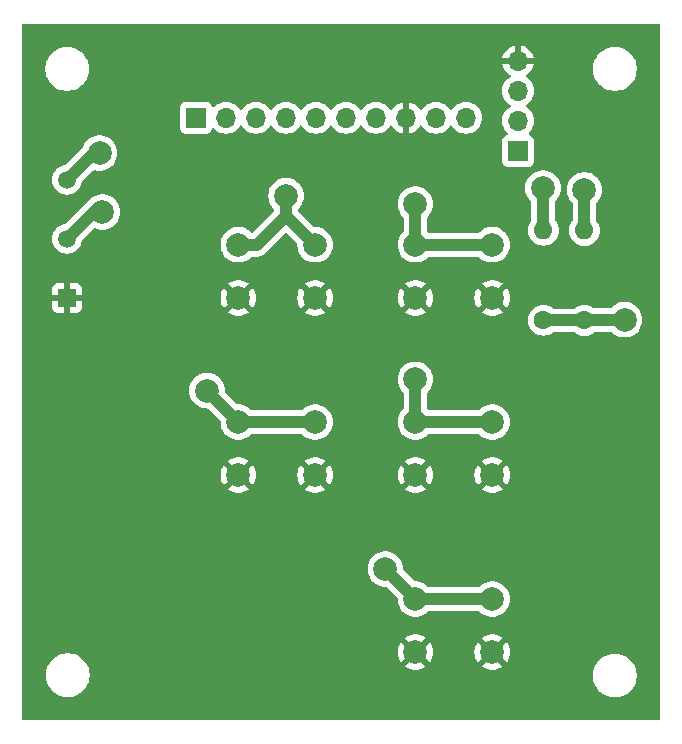
<source format=gbr>
%TF.GenerationSoftware,KiCad,Pcbnew,8.0.5*%
%TF.CreationDate,2024-11-11T21:26:14+01:00*%
%TF.ProjectId,LCD_PCB,4c43445f-5043-4422-9e6b-696361645f70,rev?*%
%TF.SameCoordinates,Original*%
%TF.FileFunction,Copper,L2,Bot*%
%TF.FilePolarity,Positive*%
%FSLAX46Y46*%
G04 Gerber Fmt 4.6, Leading zero omitted, Abs format (unit mm)*
G04 Created by KiCad (PCBNEW 8.0.5) date 2024-11-11 21:26:14*
%MOMM*%
%LPD*%
G01*
G04 APERTURE LIST*
%TA.AperFunction,ComponentPad*%
%ADD10C,2.000000*%
%TD*%
%TA.AperFunction,ComponentPad*%
%ADD11C,1.600000*%
%TD*%
%TA.AperFunction,ComponentPad*%
%ADD12O,1.600000X1.600000*%
%TD*%
%TA.AperFunction,ComponentPad*%
%ADD13R,1.500000X1.500000*%
%TD*%
%TA.AperFunction,ComponentPad*%
%ADD14C,1.500000*%
%TD*%
%TA.AperFunction,ComponentPad*%
%ADD15R,1.700000X1.700000*%
%TD*%
%TA.AperFunction,ComponentPad*%
%ADD16O,1.700000X1.700000*%
%TD*%
%TA.AperFunction,ViaPad*%
%ADD17C,2.000000*%
%TD*%
%TA.AperFunction,Conductor*%
%ADD18C,1.000000*%
%TD*%
G04 APERTURE END LIST*
D10*
%TO.P,SW1,1,1*%
%TO.N,Button Down*%
X123500000Y-81500000D03*
X130000000Y-81500000D03*
%TO.P,SW1,2,2*%
%TO.N,GND*%
X123500000Y-86000000D03*
X130000000Y-86000000D03*
%TD*%
%TO.P,SW2,1,1*%
%TO.N,Button Up*%
X123500000Y-51500000D03*
X130000000Y-51500000D03*
%TO.P,SW2,2,2*%
%TO.N,GND*%
X123500000Y-56000000D03*
X130000000Y-56000000D03*
%TD*%
D11*
%TO.P,R1,1*%
%TO.N,5V*%
X134340000Y-57900000D03*
D12*
%TO.P,R1,2*%
%TO.N,lcd SCL*%
X134340000Y-50280000D03*
%TD*%
D11*
%TO.P,R2,1*%
%TO.N,5V*%
X137800000Y-57910000D03*
D12*
%TO.P,R2,2*%
%TO.N,lcd SDA*%
X137800000Y-50290000D03*
%TD*%
D13*
%TO.P,RV1,1,1*%
%TO.N,GND*%
X94000000Y-56000000D03*
D14*
%TO.P,RV1,2,2*%
%TO.N,control panel pot*%
X94000000Y-51000000D03*
%TO.P,RV1,3,3*%
%TO.N,5V*%
X94000000Y-46000000D03*
%TD*%
D10*
%TO.P,SW3,1,1*%
%TO.N,Button OK*%
X123500000Y-66500000D03*
X130000000Y-66500000D03*
%TO.P,SW3,2,2*%
%TO.N,GND*%
X123500000Y-71000000D03*
X130000000Y-71000000D03*
%TD*%
%TO.P,SW5,1,1*%
%TO.N,Button Sleep*%
X108500000Y-66500000D03*
X115000000Y-66500000D03*
%TO.P,SW5,2,2*%
%TO.N,GND*%
X108500000Y-71000000D03*
X115000000Y-71000000D03*
%TD*%
%TO.P,SW4,1,1*%
%TO.N,Button Back*%
X108500000Y-51500000D03*
X115000000Y-51500000D03*
%TO.P,SW4,2,2*%
%TO.N,GND*%
X108500000Y-56000000D03*
X115000000Y-56000000D03*
%TD*%
D15*
%TO.P,J1,1,Pin_1*%
%TO.N,lcd SCL*%
X132200000Y-43550000D03*
D16*
%TO.P,J1,2,Pin_2*%
%TO.N,lcd SDA*%
X132200000Y-41010000D03*
%TO.P,J1,3,Pin_3*%
%TO.N,5V*%
X132200000Y-38470000D03*
%TO.P,J1,4,Pin_4*%
%TO.N,GND*%
X132200000Y-35930000D03*
%TD*%
D15*
%TO.P,J2,1,Pin_1*%
%TO.N,control panel pot*%
X104920000Y-40750000D03*
D16*
%TO.P,J2,2,Pin_2*%
%TO.N,5V*%
X107460000Y-40750000D03*
%TO.P,J2,3,Pin_3*%
%TO.N,Button Sleep*%
X110000000Y-40750000D03*
%TO.P,J2,4,Pin_4*%
%TO.N,Button Back*%
X112540000Y-40750000D03*
%TO.P,J2,5,Pin_5*%
%TO.N,Button Down*%
X115080000Y-40750000D03*
%TO.P,J2,6,Pin_6*%
%TO.N,Button OK*%
X117620000Y-40750000D03*
%TO.P,J2,7,Pin_7*%
%TO.N,Button Up*%
X120160000Y-40750000D03*
%TO.P,J2,8,Pin_8*%
%TO.N,GND*%
X122700000Y-40750000D03*
%TO.P,J2,9,Pin_9*%
%TO.N,lcd SCL*%
X125240000Y-40750000D03*
%TO.P,J2,10,Pin_10*%
%TO.N,lcd SDA*%
X127780000Y-40750000D03*
%TD*%
D17*
%TO.N,GND*%
X127500000Y-34000000D03*
X126700000Y-47200000D03*
%TO.N,lcd SDA*%
X137800000Y-46850000D03*
%TO.N,lcd SCL*%
X134300000Y-46700000D03*
%TO.N,5V*%
X141200000Y-57850000D03*
X96750000Y-43750000D03*
%TO.N,control panel pot*%
X97000000Y-48750000D03*
%TO.N,Button Down*%
X120950000Y-78950000D03*
%TO.N,Button Back*%
X112550000Y-47350000D03*
%TO.N,Button OK*%
X123500000Y-62900000D03*
%TO.N,Button Up*%
X123500000Y-48050000D03*
%TO.N,Button Sleep*%
X105850000Y-63850000D03*
%TD*%
D18*
%TO.N,lcd SDA*%
X137800000Y-46850000D02*
X137800000Y-50290000D01*
%TO.N,lcd SCL*%
X134300000Y-50140000D02*
X134350000Y-50190000D01*
X134300000Y-50240000D02*
X134340000Y-50280000D01*
X134300000Y-46700000D02*
X134300000Y-50240000D01*
%TO.N,5V*%
X141200000Y-57850000D02*
X137860000Y-57850000D01*
X137800000Y-57910000D02*
X134350000Y-57910000D01*
X137860000Y-57850000D02*
X137800000Y-57910000D01*
X96750000Y-43750000D02*
X96250000Y-43750000D01*
X96250000Y-43750000D02*
X94000000Y-46000000D01*
X134350000Y-57910000D02*
X134340000Y-57900000D01*
X134450000Y-57910000D02*
X134350000Y-57810000D01*
%TO.N,control panel pot*%
X97000000Y-48750000D02*
X96250000Y-48750000D01*
X96250000Y-48750000D02*
X94000000Y-51000000D01*
%TO.N,Button Down*%
X120950000Y-78950000D02*
X123500000Y-81500000D01*
X123500000Y-81500000D02*
X130000000Y-81500000D01*
%TO.N,Button Back*%
X112550000Y-47350000D02*
X112550000Y-49050000D01*
X110100000Y-51500000D02*
X108500000Y-51500000D01*
X112550000Y-49050000D02*
X115000000Y-51500000D01*
X112550000Y-49050000D02*
X110100000Y-51500000D01*
%TO.N,Button OK*%
X123500000Y-66500000D02*
X130000000Y-66500000D01*
X123500000Y-62900000D02*
X123500000Y-66500000D01*
%TO.N,Button Up*%
X123500000Y-48050000D02*
X123500000Y-51500000D01*
X123500000Y-51500000D02*
X130000000Y-51500000D01*
%TO.N,Button Sleep*%
X105850000Y-63850000D02*
X108500000Y-66500000D01*
X108500000Y-66500000D02*
X115000000Y-66500000D01*
%TD*%
%TA.AperFunction,Conductor*%
%TO.N,GND*%
G36*
X144142539Y-32795185D02*
G01*
X144188294Y-32847989D01*
X144199500Y-32899500D01*
X144199500Y-91650500D01*
X144179815Y-91717539D01*
X144127011Y-91763294D01*
X144075500Y-91774500D01*
X90324500Y-91774500D01*
X90257461Y-91754815D01*
X90211706Y-91702011D01*
X90200500Y-91650500D01*
X90200500Y-87815360D01*
X92212851Y-87815360D01*
X92212851Y-88057937D01*
X92244512Y-88298434D01*
X92307298Y-88532753D01*
X92328009Y-88582753D01*
X92400127Y-88756861D01*
X92521415Y-88966938D01*
X92521417Y-88966941D01*
X92521418Y-88966942D01*
X92669084Y-89159385D01*
X92669090Y-89159392D01*
X92840607Y-89330909D01*
X92840613Y-89330914D01*
X93033062Y-89478585D01*
X93243139Y-89599873D01*
X93467251Y-89692703D01*
X93701562Y-89755487D01*
X93881937Y-89779233D01*
X93942062Y-89787149D01*
X93942063Y-89787149D01*
X94184640Y-89787149D01*
X94232739Y-89780816D01*
X94425140Y-89755487D01*
X94659451Y-89692703D01*
X94883563Y-89599873D01*
X95093640Y-89478585D01*
X95286089Y-89330914D01*
X95457616Y-89159387D01*
X95605287Y-88966938D01*
X95726575Y-88756861D01*
X95819405Y-88532749D01*
X95882189Y-88298438D01*
X95913851Y-88057937D01*
X95913851Y-87865360D01*
X138536149Y-87865360D01*
X138536149Y-88107937D01*
X138567810Y-88348434D01*
X138630596Y-88582753D01*
X138702711Y-88756854D01*
X138723425Y-88806861D01*
X138844713Y-89016938D01*
X138844715Y-89016941D01*
X138844716Y-89016942D01*
X138992382Y-89209385D01*
X138992388Y-89209392D01*
X139163905Y-89380909D01*
X139163911Y-89380914D01*
X139356360Y-89528585D01*
X139566437Y-89649873D01*
X139790549Y-89742703D01*
X140024860Y-89805487D01*
X140205235Y-89829233D01*
X140265360Y-89837149D01*
X140265361Y-89837149D01*
X140507938Y-89837149D01*
X140556037Y-89830816D01*
X140748438Y-89805487D01*
X140982749Y-89742703D01*
X141206861Y-89649873D01*
X141416938Y-89528585D01*
X141609387Y-89380914D01*
X141780914Y-89209387D01*
X141928585Y-89016938D01*
X142049873Y-88806861D01*
X142142703Y-88582749D01*
X142205487Y-88348438D01*
X142237149Y-88107937D01*
X142237149Y-87865361D01*
X142230566Y-87815361D01*
X142205487Y-87624863D01*
X142205487Y-87624860D01*
X142142703Y-87390549D01*
X142049873Y-87166437D01*
X141928585Y-86956360D01*
X141780914Y-86763911D01*
X141780909Y-86763905D01*
X141609392Y-86592388D01*
X141609385Y-86592382D01*
X141416942Y-86444716D01*
X141416941Y-86444715D01*
X141416938Y-86444713D01*
X141206861Y-86323425D01*
X141206854Y-86323422D01*
X140982753Y-86230596D01*
X140748434Y-86167810D01*
X140507938Y-86136149D01*
X140507937Y-86136149D01*
X140265361Y-86136149D01*
X140265360Y-86136149D01*
X140024863Y-86167810D01*
X139790544Y-86230596D01*
X139566443Y-86323422D01*
X139566434Y-86323426D01*
X139356355Y-86444716D01*
X139163912Y-86592382D01*
X139163905Y-86592388D01*
X138992388Y-86763905D01*
X138992382Y-86763912D01*
X138844716Y-86956355D01*
X138723426Y-87166434D01*
X138723422Y-87166443D01*
X138630596Y-87390544D01*
X138567810Y-87624863D01*
X138536149Y-87865360D01*
X95913851Y-87865360D01*
X95913851Y-87815361D01*
X95882189Y-87574860D01*
X95819405Y-87340549D01*
X95726575Y-87116437D01*
X95605287Y-86906360D01*
X95457616Y-86713911D01*
X95457611Y-86713905D01*
X95286094Y-86542388D01*
X95286087Y-86542382D01*
X95093644Y-86394716D01*
X95093643Y-86394715D01*
X95093640Y-86394713D01*
X94883563Y-86273425D01*
X94883556Y-86273422D01*
X94659455Y-86180596D01*
X94425136Y-86117810D01*
X94184640Y-86086149D01*
X94184639Y-86086149D01*
X93942063Y-86086149D01*
X93942062Y-86086149D01*
X93701565Y-86117810D01*
X93467246Y-86180596D01*
X93243145Y-86273422D01*
X93243136Y-86273426D01*
X93033057Y-86394716D01*
X92840614Y-86542382D01*
X92840607Y-86542388D01*
X92669090Y-86713905D01*
X92669084Y-86713912D01*
X92521418Y-86906355D01*
X92400128Y-87116434D01*
X92400124Y-87116443D01*
X92307298Y-87340544D01*
X92244512Y-87574863D01*
X92212851Y-87815360D01*
X90200500Y-87815360D01*
X90200500Y-85999994D01*
X121994859Y-85999994D01*
X121994859Y-86000005D01*
X122015385Y-86247729D01*
X122015387Y-86247738D01*
X122076412Y-86488717D01*
X122176266Y-86716364D01*
X122276564Y-86869882D01*
X122976212Y-86170234D01*
X122987482Y-86212292D01*
X123059890Y-86337708D01*
X123162292Y-86440110D01*
X123287708Y-86512518D01*
X123329765Y-86523787D01*
X122629942Y-87223609D01*
X122676768Y-87260055D01*
X122676770Y-87260056D01*
X122895385Y-87378364D01*
X122895396Y-87378369D01*
X123130506Y-87459083D01*
X123375707Y-87500000D01*
X123624293Y-87500000D01*
X123869493Y-87459083D01*
X124104603Y-87378369D01*
X124104614Y-87378364D01*
X124323228Y-87260057D01*
X124323231Y-87260055D01*
X124370056Y-87223609D01*
X123670234Y-86523787D01*
X123712292Y-86512518D01*
X123837708Y-86440110D01*
X123940110Y-86337708D01*
X124012518Y-86212292D01*
X124023787Y-86170235D01*
X124723434Y-86869882D01*
X124823731Y-86716369D01*
X124923587Y-86488717D01*
X124984612Y-86247738D01*
X124984614Y-86247729D01*
X125005141Y-86000005D01*
X125005141Y-85999994D01*
X128494859Y-85999994D01*
X128494859Y-86000005D01*
X128515385Y-86247729D01*
X128515387Y-86247738D01*
X128576412Y-86488717D01*
X128676266Y-86716364D01*
X128776564Y-86869882D01*
X129476212Y-86170234D01*
X129487482Y-86212292D01*
X129559890Y-86337708D01*
X129662292Y-86440110D01*
X129787708Y-86512518D01*
X129829765Y-86523787D01*
X129129942Y-87223609D01*
X129176768Y-87260055D01*
X129176770Y-87260056D01*
X129395385Y-87378364D01*
X129395396Y-87378369D01*
X129630506Y-87459083D01*
X129875707Y-87500000D01*
X130124293Y-87500000D01*
X130369493Y-87459083D01*
X130604603Y-87378369D01*
X130604614Y-87378364D01*
X130823228Y-87260057D01*
X130823231Y-87260055D01*
X130870056Y-87223609D01*
X130170234Y-86523787D01*
X130212292Y-86512518D01*
X130337708Y-86440110D01*
X130440110Y-86337708D01*
X130512518Y-86212292D01*
X130523787Y-86170235D01*
X131223434Y-86869882D01*
X131323731Y-86716369D01*
X131423587Y-86488717D01*
X131484612Y-86247738D01*
X131484614Y-86247729D01*
X131505141Y-86000005D01*
X131505141Y-85999994D01*
X131484614Y-85752270D01*
X131484612Y-85752261D01*
X131423587Y-85511282D01*
X131323731Y-85283630D01*
X131223434Y-85130116D01*
X130523787Y-85829764D01*
X130512518Y-85787708D01*
X130440110Y-85662292D01*
X130337708Y-85559890D01*
X130212292Y-85487482D01*
X130170235Y-85476212D01*
X130870057Y-84776390D01*
X130870056Y-84776389D01*
X130823229Y-84739943D01*
X130604614Y-84621635D01*
X130604603Y-84621630D01*
X130369493Y-84540916D01*
X130124293Y-84500000D01*
X129875707Y-84500000D01*
X129630506Y-84540916D01*
X129395396Y-84621630D01*
X129395390Y-84621632D01*
X129176761Y-84739949D01*
X129129942Y-84776388D01*
X129129942Y-84776390D01*
X129829765Y-85476212D01*
X129787708Y-85487482D01*
X129662292Y-85559890D01*
X129559890Y-85662292D01*
X129487482Y-85787708D01*
X129476212Y-85829764D01*
X128776564Y-85130116D01*
X128676267Y-85283632D01*
X128576412Y-85511282D01*
X128515387Y-85752261D01*
X128515385Y-85752270D01*
X128494859Y-85999994D01*
X125005141Y-85999994D01*
X124984614Y-85752270D01*
X124984612Y-85752261D01*
X124923587Y-85511282D01*
X124823731Y-85283630D01*
X124723434Y-85130116D01*
X124023787Y-85829764D01*
X124012518Y-85787708D01*
X123940110Y-85662292D01*
X123837708Y-85559890D01*
X123712292Y-85487482D01*
X123670235Y-85476212D01*
X124370057Y-84776390D01*
X124370056Y-84776389D01*
X124323229Y-84739943D01*
X124104614Y-84621635D01*
X124104603Y-84621630D01*
X123869493Y-84540916D01*
X123624293Y-84500000D01*
X123375707Y-84500000D01*
X123130506Y-84540916D01*
X122895396Y-84621630D01*
X122895390Y-84621632D01*
X122676761Y-84739949D01*
X122629942Y-84776388D01*
X122629942Y-84776390D01*
X123329765Y-85476212D01*
X123287708Y-85487482D01*
X123162292Y-85559890D01*
X123059890Y-85662292D01*
X122987482Y-85787708D01*
X122976212Y-85829764D01*
X122276564Y-85130116D01*
X122176267Y-85283632D01*
X122076412Y-85511282D01*
X122015387Y-85752261D01*
X122015385Y-85752270D01*
X121994859Y-85999994D01*
X90200500Y-85999994D01*
X90200500Y-78949994D01*
X119444357Y-78949994D01*
X119444357Y-78950005D01*
X119464890Y-79197812D01*
X119464892Y-79197824D01*
X119525936Y-79438881D01*
X119625826Y-79666606D01*
X119761833Y-79874782D01*
X119761836Y-79874785D01*
X119930256Y-80057738D01*
X120126491Y-80210474D01*
X120345190Y-80328828D01*
X120580386Y-80409571D01*
X120825665Y-80450500D01*
X120984218Y-80450500D01*
X121051257Y-80470185D01*
X121071899Y-80486819D01*
X121960657Y-81375577D01*
X121994142Y-81436900D01*
X121996553Y-81473495D01*
X121994358Y-81499994D01*
X121994357Y-81500002D01*
X121994357Y-81500005D01*
X122014890Y-81747812D01*
X122014892Y-81747824D01*
X122075936Y-81988881D01*
X122175826Y-82216606D01*
X122311833Y-82424782D01*
X122311836Y-82424785D01*
X122480256Y-82607738D01*
X122676491Y-82760474D01*
X122895190Y-82878828D01*
X123130386Y-82959571D01*
X123375665Y-83000500D01*
X123624335Y-83000500D01*
X123869614Y-82959571D01*
X124104810Y-82878828D01*
X124323509Y-82760474D01*
X124519744Y-82607738D01*
X124544194Y-82581177D01*
X124581626Y-82540517D01*
X124641513Y-82504526D01*
X124672855Y-82500500D01*
X128827145Y-82500500D01*
X128894184Y-82520185D01*
X128918374Y-82540517D01*
X128980252Y-82607734D01*
X128980256Y-82607738D01*
X129176491Y-82760474D01*
X129395190Y-82878828D01*
X129630386Y-82959571D01*
X129875665Y-83000500D01*
X130124335Y-83000500D01*
X130369614Y-82959571D01*
X130604810Y-82878828D01*
X130823509Y-82760474D01*
X131019744Y-82607738D01*
X131188164Y-82424785D01*
X131324173Y-82216607D01*
X131424063Y-81988881D01*
X131485108Y-81747821D01*
X131505643Y-81500000D01*
X131500414Y-81436900D01*
X131485109Y-81252187D01*
X131485107Y-81252175D01*
X131424063Y-81011118D01*
X131324173Y-80783393D01*
X131188166Y-80575217D01*
X131114757Y-80495474D01*
X131019744Y-80392262D01*
X130823509Y-80239526D01*
X130823507Y-80239525D01*
X130823506Y-80239524D01*
X130604811Y-80121172D01*
X130604802Y-80121169D01*
X130369616Y-80040429D01*
X130124335Y-79999500D01*
X129875665Y-79999500D01*
X129630383Y-80040429D01*
X129395197Y-80121169D01*
X129395188Y-80121172D01*
X129176493Y-80239524D01*
X128980255Y-80392262D01*
X128980252Y-80392265D01*
X128918374Y-80459483D01*
X128858487Y-80495474D01*
X128827145Y-80499500D01*
X124672855Y-80499500D01*
X124605816Y-80479815D01*
X124581626Y-80459483D01*
X124519747Y-80392265D01*
X124519744Y-80392262D01*
X124519743Y-80392261D01*
X124323509Y-80239526D01*
X124323507Y-80239525D01*
X124323506Y-80239524D01*
X124104811Y-80121172D01*
X124104802Y-80121169D01*
X123869616Y-80040429D01*
X123624335Y-79999500D01*
X123465783Y-79999500D01*
X123398744Y-79979815D01*
X123378102Y-79963181D01*
X122489342Y-79074422D01*
X122455857Y-79013099D01*
X122453447Y-78976499D01*
X122455643Y-78950003D01*
X122455643Y-78949995D01*
X122435109Y-78702187D01*
X122435107Y-78702175D01*
X122374063Y-78461118D01*
X122274173Y-78233393D01*
X122138166Y-78025217D01*
X122116557Y-78001744D01*
X121969744Y-77842262D01*
X121773509Y-77689526D01*
X121773507Y-77689525D01*
X121773506Y-77689524D01*
X121554811Y-77571172D01*
X121554802Y-77571169D01*
X121319616Y-77490429D01*
X121074335Y-77449500D01*
X120825665Y-77449500D01*
X120580383Y-77490429D01*
X120345197Y-77571169D01*
X120345188Y-77571172D01*
X120126493Y-77689524D01*
X119930257Y-77842261D01*
X119761833Y-78025217D01*
X119625826Y-78233393D01*
X119525936Y-78461118D01*
X119464892Y-78702175D01*
X119464890Y-78702187D01*
X119444357Y-78949994D01*
X90200500Y-78949994D01*
X90200500Y-70999994D01*
X106994859Y-70999994D01*
X106994859Y-71000005D01*
X107015385Y-71247729D01*
X107015387Y-71247738D01*
X107076412Y-71488717D01*
X107176266Y-71716364D01*
X107276564Y-71869882D01*
X107976212Y-71170234D01*
X107987482Y-71212292D01*
X108059890Y-71337708D01*
X108162292Y-71440110D01*
X108287708Y-71512518D01*
X108329765Y-71523787D01*
X107629942Y-72223609D01*
X107676768Y-72260055D01*
X107676770Y-72260056D01*
X107895385Y-72378364D01*
X107895396Y-72378369D01*
X108130506Y-72459083D01*
X108375707Y-72500000D01*
X108624293Y-72500000D01*
X108869493Y-72459083D01*
X109104603Y-72378369D01*
X109104614Y-72378364D01*
X109323228Y-72260057D01*
X109323231Y-72260055D01*
X109370056Y-72223609D01*
X108670234Y-71523787D01*
X108712292Y-71512518D01*
X108837708Y-71440110D01*
X108940110Y-71337708D01*
X109012518Y-71212292D01*
X109023787Y-71170235D01*
X109723434Y-71869882D01*
X109823731Y-71716369D01*
X109923587Y-71488717D01*
X109984612Y-71247738D01*
X109984614Y-71247729D01*
X110005141Y-71000005D01*
X110005141Y-70999994D01*
X113494859Y-70999994D01*
X113494859Y-71000005D01*
X113515385Y-71247729D01*
X113515387Y-71247738D01*
X113576412Y-71488717D01*
X113676266Y-71716364D01*
X113776564Y-71869882D01*
X114476212Y-71170234D01*
X114487482Y-71212292D01*
X114559890Y-71337708D01*
X114662292Y-71440110D01*
X114787708Y-71512518D01*
X114829765Y-71523787D01*
X114129942Y-72223609D01*
X114176768Y-72260055D01*
X114176770Y-72260056D01*
X114395385Y-72378364D01*
X114395396Y-72378369D01*
X114630506Y-72459083D01*
X114875707Y-72500000D01*
X115124293Y-72500000D01*
X115369493Y-72459083D01*
X115604603Y-72378369D01*
X115604614Y-72378364D01*
X115823228Y-72260057D01*
X115823231Y-72260055D01*
X115870056Y-72223609D01*
X115170234Y-71523787D01*
X115212292Y-71512518D01*
X115337708Y-71440110D01*
X115440110Y-71337708D01*
X115512518Y-71212292D01*
X115523787Y-71170235D01*
X116223434Y-71869882D01*
X116323731Y-71716369D01*
X116423587Y-71488717D01*
X116484612Y-71247738D01*
X116484614Y-71247729D01*
X116505141Y-71000005D01*
X116505141Y-70999994D01*
X121994859Y-70999994D01*
X121994859Y-71000005D01*
X122015385Y-71247729D01*
X122015387Y-71247738D01*
X122076412Y-71488717D01*
X122176266Y-71716364D01*
X122276564Y-71869882D01*
X122976212Y-71170234D01*
X122987482Y-71212292D01*
X123059890Y-71337708D01*
X123162292Y-71440110D01*
X123287708Y-71512518D01*
X123329765Y-71523787D01*
X122629942Y-72223609D01*
X122676768Y-72260055D01*
X122676770Y-72260056D01*
X122895385Y-72378364D01*
X122895396Y-72378369D01*
X123130506Y-72459083D01*
X123375707Y-72500000D01*
X123624293Y-72500000D01*
X123869493Y-72459083D01*
X124104603Y-72378369D01*
X124104614Y-72378364D01*
X124323228Y-72260057D01*
X124323231Y-72260055D01*
X124370056Y-72223609D01*
X123670234Y-71523787D01*
X123712292Y-71512518D01*
X123837708Y-71440110D01*
X123940110Y-71337708D01*
X124012518Y-71212292D01*
X124023787Y-71170235D01*
X124723434Y-71869882D01*
X124823731Y-71716369D01*
X124923587Y-71488717D01*
X124984612Y-71247738D01*
X124984614Y-71247729D01*
X125005141Y-71000005D01*
X125005141Y-70999994D01*
X128494859Y-70999994D01*
X128494859Y-71000005D01*
X128515385Y-71247729D01*
X128515387Y-71247738D01*
X128576412Y-71488717D01*
X128676266Y-71716364D01*
X128776564Y-71869882D01*
X129476212Y-71170234D01*
X129487482Y-71212292D01*
X129559890Y-71337708D01*
X129662292Y-71440110D01*
X129787708Y-71512518D01*
X129829765Y-71523787D01*
X129129942Y-72223609D01*
X129176768Y-72260055D01*
X129176770Y-72260056D01*
X129395385Y-72378364D01*
X129395396Y-72378369D01*
X129630506Y-72459083D01*
X129875707Y-72500000D01*
X130124293Y-72500000D01*
X130369493Y-72459083D01*
X130604603Y-72378369D01*
X130604614Y-72378364D01*
X130823228Y-72260057D01*
X130823231Y-72260055D01*
X130870056Y-72223609D01*
X130170234Y-71523787D01*
X130212292Y-71512518D01*
X130337708Y-71440110D01*
X130440110Y-71337708D01*
X130512518Y-71212292D01*
X130523787Y-71170235D01*
X131223434Y-71869882D01*
X131323731Y-71716369D01*
X131423587Y-71488717D01*
X131484612Y-71247738D01*
X131484614Y-71247729D01*
X131505141Y-71000005D01*
X131505141Y-70999994D01*
X131484614Y-70752270D01*
X131484612Y-70752261D01*
X131423587Y-70511282D01*
X131323731Y-70283630D01*
X131223434Y-70130116D01*
X130523787Y-70829764D01*
X130512518Y-70787708D01*
X130440110Y-70662292D01*
X130337708Y-70559890D01*
X130212292Y-70487482D01*
X130170235Y-70476212D01*
X130870057Y-69776390D01*
X130870056Y-69776389D01*
X130823229Y-69739943D01*
X130604614Y-69621635D01*
X130604603Y-69621630D01*
X130369493Y-69540916D01*
X130124293Y-69500000D01*
X129875707Y-69500000D01*
X129630506Y-69540916D01*
X129395396Y-69621630D01*
X129395390Y-69621632D01*
X129176761Y-69739949D01*
X129129942Y-69776388D01*
X129129942Y-69776390D01*
X129829765Y-70476212D01*
X129787708Y-70487482D01*
X129662292Y-70559890D01*
X129559890Y-70662292D01*
X129487482Y-70787708D01*
X129476212Y-70829764D01*
X128776564Y-70130116D01*
X128676267Y-70283632D01*
X128576412Y-70511282D01*
X128515387Y-70752261D01*
X128515385Y-70752270D01*
X128494859Y-70999994D01*
X125005141Y-70999994D01*
X124984614Y-70752270D01*
X124984612Y-70752261D01*
X124923587Y-70511282D01*
X124823731Y-70283630D01*
X124723434Y-70130116D01*
X124023787Y-70829764D01*
X124012518Y-70787708D01*
X123940110Y-70662292D01*
X123837708Y-70559890D01*
X123712292Y-70487482D01*
X123670235Y-70476212D01*
X124370057Y-69776390D01*
X124370056Y-69776389D01*
X124323229Y-69739943D01*
X124104614Y-69621635D01*
X124104603Y-69621630D01*
X123869493Y-69540916D01*
X123624293Y-69500000D01*
X123375707Y-69500000D01*
X123130506Y-69540916D01*
X122895396Y-69621630D01*
X122895390Y-69621632D01*
X122676761Y-69739949D01*
X122629942Y-69776388D01*
X122629942Y-69776390D01*
X123329765Y-70476212D01*
X123287708Y-70487482D01*
X123162292Y-70559890D01*
X123059890Y-70662292D01*
X122987482Y-70787708D01*
X122976212Y-70829764D01*
X122276564Y-70130116D01*
X122176267Y-70283632D01*
X122076412Y-70511282D01*
X122015387Y-70752261D01*
X122015385Y-70752270D01*
X121994859Y-70999994D01*
X116505141Y-70999994D01*
X116484614Y-70752270D01*
X116484612Y-70752261D01*
X116423587Y-70511282D01*
X116323731Y-70283630D01*
X116223434Y-70130116D01*
X115523787Y-70829764D01*
X115512518Y-70787708D01*
X115440110Y-70662292D01*
X115337708Y-70559890D01*
X115212292Y-70487482D01*
X115170235Y-70476212D01*
X115870057Y-69776390D01*
X115870056Y-69776389D01*
X115823229Y-69739943D01*
X115604614Y-69621635D01*
X115604603Y-69621630D01*
X115369493Y-69540916D01*
X115124293Y-69500000D01*
X114875707Y-69500000D01*
X114630506Y-69540916D01*
X114395396Y-69621630D01*
X114395390Y-69621632D01*
X114176761Y-69739949D01*
X114129942Y-69776388D01*
X114129942Y-69776390D01*
X114829765Y-70476212D01*
X114787708Y-70487482D01*
X114662292Y-70559890D01*
X114559890Y-70662292D01*
X114487482Y-70787708D01*
X114476212Y-70829764D01*
X113776564Y-70130116D01*
X113676267Y-70283632D01*
X113576412Y-70511282D01*
X113515387Y-70752261D01*
X113515385Y-70752270D01*
X113494859Y-70999994D01*
X110005141Y-70999994D01*
X109984614Y-70752270D01*
X109984612Y-70752261D01*
X109923587Y-70511282D01*
X109823731Y-70283630D01*
X109723434Y-70130116D01*
X109023787Y-70829764D01*
X109012518Y-70787708D01*
X108940110Y-70662292D01*
X108837708Y-70559890D01*
X108712292Y-70487482D01*
X108670235Y-70476212D01*
X109370057Y-69776390D01*
X109370056Y-69776389D01*
X109323229Y-69739943D01*
X109104614Y-69621635D01*
X109104603Y-69621630D01*
X108869493Y-69540916D01*
X108624293Y-69500000D01*
X108375707Y-69500000D01*
X108130506Y-69540916D01*
X107895396Y-69621630D01*
X107895390Y-69621632D01*
X107676761Y-69739949D01*
X107629942Y-69776388D01*
X107629942Y-69776390D01*
X108329765Y-70476212D01*
X108287708Y-70487482D01*
X108162292Y-70559890D01*
X108059890Y-70662292D01*
X107987482Y-70787708D01*
X107976212Y-70829764D01*
X107276564Y-70130116D01*
X107176267Y-70283632D01*
X107076412Y-70511282D01*
X107015387Y-70752261D01*
X107015385Y-70752270D01*
X106994859Y-70999994D01*
X90200500Y-70999994D01*
X90200500Y-63849994D01*
X104344357Y-63849994D01*
X104344357Y-63850005D01*
X104364890Y-64097812D01*
X104364892Y-64097824D01*
X104425936Y-64338881D01*
X104525826Y-64566606D01*
X104661833Y-64774782D01*
X104661836Y-64774785D01*
X104830256Y-64957738D01*
X105026491Y-65110474D01*
X105245190Y-65228828D01*
X105480386Y-65309571D01*
X105725665Y-65350500D01*
X105884218Y-65350500D01*
X105951257Y-65370185D01*
X105971899Y-65386819D01*
X106960657Y-66375577D01*
X106994142Y-66436900D01*
X106996553Y-66473495D01*
X106994358Y-66499994D01*
X106994357Y-66500002D01*
X106994357Y-66500005D01*
X107014890Y-66747812D01*
X107014892Y-66747824D01*
X107075936Y-66988881D01*
X107175826Y-67216606D01*
X107311833Y-67424782D01*
X107311836Y-67424785D01*
X107480256Y-67607738D01*
X107676491Y-67760474D01*
X107895190Y-67878828D01*
X108130386Y-67959571D01*
X108375665Y-68000500D01*
X108624335Y-68000500D01*
X108869614Y-67959571D01*
X109104810Y-67878828D01*
X109323509Y-67760474D01*
X109519744Y-67607738D01*
X109544194Y-67581177D01*
X109581626Y-67540517D01*
X109641513Y-67504526D01*
X109672855Y-67500500D01*
X113827145Y-67500500D01*
X113894184Y-67520185D01*
X113918374Y-67540517D01*
X113980252Y-67607734D01*
X113980256Y-67607738D01*
X114176491Y-67760474D01*
X114395190Y-67878828D01*
X114630386Y-67959571D01*
X114875665Y-68000500D01*
X115124335Y-68000500D01*
X115369614Y-67959571D01*
X115604810Y-67878828D01*
X115823509Y-67760474D01*
X116019744Y-67607738D01*
X116188164Y-67424785D01*
X116324173Y-67216607D01*
X116424063Y-66988881D01*
X116485108Y-66747821D01*
X116505643Y-66500000D01*
X116500414Y-66436900D01*
X116485109Y-66252187D01*
X116485107Y-66252175D01*
X116424063Y-66011118D01*
X116324173Y-65783393D01*
X116188166Y-65575217D01*
X116081625Y-65459483D01*
X116019744Y-65392262D01*
X115823509Y-65239526D01*
X115823507Y-65239525D01*
X115823506Y-65239524D01*
X115604811Y-65121172D01*
X115604802Y-65121169D01*
X115369616Y-65040429D01*
X115124335Y-64999500D01*
X114875665Y-64999500D01*
X114630383Y-65040429D01*
X114395197Y-65121169D01*
X114395188Y-65121172D01*
X114176493Y-65239524D01*
X113980255Y-65392262D01*
X113980252Y-65392265D01*
X113918374Y-65459483D01*
X113858487Y-65495474D01*
X113827145Y-65499500D01*
X109672855Y-65499500D01*
X109605816Y-65479815D01*
X109581626Y-65459483D01*
X109519747Y-65392265D01*
X109519744Y-65392262D01*
X109500499Y-65377283D01*
X109323509Y-65239526D01*
X109323507Y-65239525D01*
X109323506Y-65239524D01*
X109104811Y-65121172D01*
X109104802Y-65121169D01*
X108869616Y-65040429D01*
X108624335Y-64999500D01*
X108465782Y-64999500D01*
X108398743Y-64979815D01*
X108378101Y-64963181D01*
X107389342Y-63974422D01*
X107355857Y-63913099D01*
X107353447Y-63876499D01*
X107355643Y-63850003D01*
X107355643Y-63849995D01*
X107335109Y-63602187D01*
X107335107Y-63602175D01*
X107274063Y-63361118D01*
X107174173Y-63133393D01*
X107038166Y-62925217D01*
X107014946Y-62899994D01*
X121994357Y-62899994D01*
X121994357Y-62900005D01*
X122014890Y-63147812D01*
X122014892Y-63147824D01*
X122075936Y-63388881D01*
X122175826Y-63616606D01*
X122311833Y-63824782D01*
X122335043Y-63849995D01*
X122466730Y-63993045D01*
X122497652Y-64055698D01*
X122499500Y-64077027D01*
X122499500Y-65322971D01*
X122479815Y-65390010D01*
X122466730Y-65406953D01*
X122311836Y-65575214D01*
X122175826Y-65783393D01*
X122075936Y-66011118D01*
X122014892Y-66252175D01*
X122014890Y-66252187D01*
X121994357Y-66499994D01*
X121994357Y-66500005D01*
X122014890Y-66747812D01*
X122014892Y-66747824D01*
X122075936Y-66988881D01*
X122175826Y-67216606D01*
X122311833Y-67424782D01*
X122311836Y-67424785D01*
X122480256Y-67607738D01*
X122676491Y-67760474D01*
X122895190Y-67878828D01*
X123130386Y-67959571D01*
X123375665Y-68000500D01*
X123624335Y-68000500D01*
X123869614Y-67959571D01*
X124104810Y-67878828D01*
X124323509Y-67760474D01*
X124519744Y-67607738D01*
X124544194Y-67581177D01*
X124581626Y-67540517D01*
X124641513Y-67504526D01*
X124672855Y-67500500D01*
X128827145Y-67500500D01*
X128894184Y-67520185D01*
X128918374Y-67540517D01*
X128980252Y-67607734D01*
X128980256Y-67607738D01*
X129176491Y-67760474D01*
X129395190Y-67878828D01*
X129630386Y-67959571D01*
X129875665Y-68000500D01*
X130124335Y-68000500D01*
X130369614Y-67959571D01*
X130604810Y-67878828D01*
X130823509Y-67760474D01*
X131019744Y-67607738D01*
X131188164Y-67424785D01*
X131324173Y-67216607D01*
X131424063Y-66988881D01*
X131485108Y-66747821D01*
X131505643Y-66500000D01*
X131500414Y-66436900D01*
X131485109Y-66252187D01*
X131485107Y-66252175D01*
X131424063Y-66011118D01*
X131324173Y-65783393D01*
X131188166Y-65575217D01*
X131081625Y-65459483D01*
X131019744Y-65392262D01*
X130823509Y-65239526D01*
X130823507Y-65239525D01*
X130823506Y-65239524D01*
X130604811Y-65121172D01*
X130604802Y-65121169D01*
X130369616Y-65040429D01*
X130124335Y-64999500D01*
X129875665Y-64999500D01*
X129630383Y-65040429D01*
X129395197Y-65121169D01*
X129395188Y-65121172D01*
X129176493Y-65239524D01*
X128980255Y-65392262D01*
X128980252Y-65392265D01*
X128918374Y-65459483D01*
X128858487Y-65495474D01*
X128827145Y-65499500D01*
X124672855Y-65499500D01*
X124605816Y-65479815D01*
X124581625Y-65459483D01*
X124533270Y-65406955D01*
X124502348Y-65344300D01*
X124500500Y-65322972D01*
X124500500Y-64077027D01*
X124520185Y-64009988D01*
X124533265Y-63993049D01*
X124688164Y-63824785D01*
X124824173Y-63616607D01*
X124924063Y-63388881D01*
X124985108Y-63147821D01*
X124986304Y-63133393D01*
X125005643Y-62900005D01*
X125005643Y-62899994D01*
X124985109Y-62652187D01*
X124985107Y-62652175D01*
X124924063Y-62411118D01*
X124824173Y-62183393D01*
X124688166Y-61975217D01*
X124666557Y-61951744D01*
X124519744Y-61792262D01*
X124323509Y-61639526D01*
X124323507Y-61639525D01*
X124323506Y-61639524D01*
X124104811Y-61521172D01*
X124104802Y-61521169D01*
X123869616Y-61440429D01*
X123624335Y-61399500D01*
X123375665Y-61399500D01*
X123130383Y-61440429D01*
X122895197Y-61521169D01*
X122895188Y-61521172D01*
X122676493Y-61639524D01*
X122480257Y-61792261D01*
X122311833Y-61975217D01*
X122175826Y-62183393D01*
X122075936Y-62411118D01*
X122014892Y-62652175D01*
X122014890Y-62652187D01*
X121994357Y-62899994D01*
X107014946Y-62899994D01*
X106869744Y-62742262D01*
X106673509Y-62589526D01*
X106673507Y-62589525D01*
X106673506Y-62589524D01*
X106454811Y-62471172D01*
X106454802Y-62471169D01*
X106219616Y-62390429D01*
X105974335Y-62349500D01*
X105725665Y-62349500D01*
X105480383Y-62390429D01*
X105245197Y-62471169D01*
X105245188Y-62471172D01*
X105026493Y-62589524D01*
X104830257Y-62742261D01*
X104661833Y-62925217D01*
X104525826Y-63133393D01*
X104425936Y-63361118D01*
X104364892Y-63602175D01*
X104364890Y-63602187D01*
X104344357Y-63849994D01*
X90200500Y-63849994D01*
X90200500Y-57899998D01*
X133034532Y-57899998D01*
X133034532Y-57900001D01*
X133054364Y-58126686D01*
X133054366Y-58126697D01*
X133113258Y-58346488D01*
X133113261Y-58346497D01*
X133209431Y-58552732D01*
X133209432Y-58552734D01*
X133339954Y-58739141D01*
X133500858Y-58900045D01*
X133543903Y-58930185D01*
X133687266Y-59030568D01*
X133893504Y-59126739D01*
X134113308Y-59185635D01*
X134275230Y-59199801D01*
X134339998Y-59205468D01*
X134340000Y-59205468D01*
X134340002Y-59205468D01*
X134396673Y-59200509D01*
X134566692Y-59185635D01*
X134786496Y-59126739D01*
X134992734Y-59030568D01*
X135132184Y-58932924D01*
X135198389Y-58910598D01*
X135203306Y-58910500D01*
X136922412Y-58910500D01*
X136989451Y-58930185D01*
X136993523Y-58932917D01*
X137147266Y-59040568D01*
X137353504Y-59136739D01*
X137573308Y-59195635D01*
X137735230Y-59209801D01*
X137799998Y-59215468D01*
X137800000Y-59215468D01*
X137800002Y-59215468D01*
X137856673Y-59210509D01*
X138026692Y-59195635D01*
X138246496Y-59136739D01*
X138452734Y-59040568D01*
X138639139Y-58910047D01*
X138649141Y-58900045D01*
X138662368Y-58886819D01*
X138723691Y-58853334D01*
X138750049Y-58850500D01*
X140027145Y-58850500D01*
X140094184Y-58870185D01*
X140118374Y-58890517D01*
X140157414Y-58932925D01*
X140180256Y-58957738D01*
X140376491Y-59110474D01*
X140425028Y-59136741D01*
X140552024Y-59205468D01*
X140595190Y-59228828D01*
X140830386Y-59309571D01*
X141075665Y-59350500D01*
X141324335Y-59350500D01*
X141569614Y-59309571D01*
X141804810Y-59228828D01*
X142023509Y-59110474D01*
X142219744Y-58957738D01*
X142388164Y-58774785D01*
X142524173Y-58566607D01*
X142624063Y-58338881D01*
X142685108Y-58097821D01*
X142705643Y-57850000D01*
X142691002Y-57673313D01*
X142685109Y-57602187D01*
X142685107Y-57602175D01*
X142624063Y-57361118D01*
X142524173Y-57133393D01*
X142388166Y-56925217D01*
X142337226Y-56869882D01*
X142219744Y-56742262D01*
X142023509Y-56589526D01*
X142023507Y-56589525D01*
X142023506Y-56589524D01*
X141804811Y-56471172D01*
X141804802Y-56471169D01*
X141569616Y-56390429D01*
X141324335Y-56349500D01*
X141075665Y-56349500D01*
X140830383Y-56390429D01*
X140595197Y-56471169D01*
X140595188Y-56471172D01*
X140376493Y-56589524D01*
X140180255Y-56742262D01*
X140180252Y-56742265D01*
X140118374Y-56809483D01*
X140058487Y-56845474D01*
X140027145Y-56849500D01*
X138591898Y-56849500D01*
X138524859Y-56829815D01*
X138520789Y-56827084D01*
X138452734Y-56779432D01*
X138452733Y-56779431D01*
X138452731Y-56779430D01*
X138452732Y-56779430D01*
X138315242Y-56715318D01*
X138246496Y-56683261D01*
X138246492Y-56683260D01*
X138246488Y-56683258D01*
X138026697Y-56624366D01*
X138026693Y-56624365D01*
X138026692Y-56624365D01*
X138026691Y-56624364D01*
X138026686Y-56624364D01*
X137800002Y-56604532D01*
X137799998Y-56604532D01*
X137573313Y-56624364D01*
X137573302Y-56624366D01*
X137353511Y-56683258D01*
X137353502Y-56683261D01*
X137147267Y-56779431D01*
X137147265Y-56779432D01*
X136993535Y-56887075D01*
X136927329Y-56909402D01*
X136922412Y-56909500D01*
X135231871Y-56909500D01*
X135164832Y-56889815D01*
X135160748Y-56887075D01*
X134992734Y-56769432D01*
X134992732Y-56769431D01*
X134786497Y-56673261D01*
X134786488Y-56673258D01*
X134566697Y-56614366D01*
X134566693Y-56614365D01*
X134566692Y-56614365D01*
X134566691Y-56614364D01*
X134566686Y-56614364D01*
X134340002Y-56594532D01*
X134339998Y-56594532D01*
X134113313Y-56614364D01*
X134113302Y-56614366D01*
X133893511Y-56673258D01*
X133893502Y-56673261D01*
X133687267Y-56769431D01*
X133687265Y-56769432D01*
X133500858Y-56899954D01*
X133339954Y-57060858D01*
X133209432Y-57247265D01*
X133209431Y-57247267D01*
X133113261Y-57453502D01*
X133113258Y-57453511D01*
X133054366Y-57673302D01*
X133054364Y-57673313D01*
X133034532Y-57899998D01*
X90200500Y-57899998D01*
X90200500Y-55202155D01*
X92750000Y-55202155D01*
X92750000Y-55750000D01*
X93509252Y-55750000D01*
X93487482Y-55787708D01*
X93450000Y-55927591D01*
X93450000Y-56072409D01*
X93487482Y-56212292D01*
X93509252Y-56250000D01*
X92750000Y-56250000D01*
X92750000Y-56797844D01*
X92756401Y-56857372D01*
X92756403Y-56857379D01*
X92806645Y-56992086D01*
X92806649Y-56992093D01*
X92892809Y-57107187D01*
X92892812Y-57107190D01*
X93007906Y-57193350D01*
X93007913Y-57193354D01*
X93142620Y-57243596D01*
X93142627Y-57243598D01*
X93202155Y-57249999D01*
X93202172Y-57250000D01*
X93750000Y-57250000D01*
X93750000Y-56490747D01*
X93787708Y-56512518D01*
X93927591Y-56550000D01*
X94072409Y-56550000D01*
X94212292Y-56512518D01*
X94250000Y-56490747D01*
X94250000Y-57250000D01*
X94797828Y-57250000D01*
X94797844Y-57249999D01*
X94857372Y-57243598D01*
X94857379Y-57243596D01*
X94992086Y-57193354D01*
X94992093Y-57193350D01*
X95107187Y-57107190D01*
X95107190Y-57107187D01*
X95193350Y-56992093D01*
X95193354Y-56992086D01*
X95243596Y-56857379D01*
X95243598Y-56857372D01*
X95249999Y-56797844D01*
X95250000Y-56797827D01*
X95250000Y-56250000D01*
X94490748Y-56250000D01*
X94512518Y-56212292D01*
X94550000Y-56072409D01*
X94550000Y-55999994D01*
X106994859Y-55999994D01*
X106994859Y-56000005D01*
X107015385Y-56247729D01*
X107015387Y-56247738D01*
X107076412Y-56488717D01*
X107176266Y-56716364D01*
X107276564Y-56869882D01*
X107976212Y-56170234D01*
X107987482Y-56212292D01*
X108059890Y-56337708D01*
X108162292Y-56440110D01*
X108287708Y-56512518D01*
X108329765Y-56523787D01*
X107629942Y-57223609D01*
X107676768Y-57260055D01*
X107676770Y-57260056D01*
X107895385Y-57378364D01*
X107895396Y-57378369D01*
X108130506Y-57459083D01*
X108375707Y-57500000D01*
X108624293Y-57500000D01*
X108869493Y-57459083D01*
X109104603Y-57378369D01*
X109104614Y-57378364D01*
X109323228Y-57260057D01*
X109323231Y-57260055D01*
X109370056Y-57223609D01*
X108670234Y-56523787D01*
X108712292Y-56512518D01*
X108837708Y-56440110D01*
X108940110Y-56337708D01*
X109012518Y-56212292D01*
X109023787Y-56170235D01*
X109723434Y-56869882D01*
X109823731Y-56716369D01*
X109923587Y-56488717D01*
X109984612Y-56247738D01*
X109984614Y-56247729D01*
X110005141Y-56000005D01*
X110005141Y-55999994D01*
X113494859Y-55999994D01*
X113494859Y-56000005D01*
X113515385Y-56247729D01*
X113515387Y-56247738D01*
X113576412Y-56488717D01*
X113676266Y-56716364D01*
X113776564Y-56869882D01*
X114476212Y-56170234D01*
X114487482Y-56212292D01*
X114559890Y-56337708D01*
X114662292Y-56440110D01*
X114787708Y-56512518D01*
X114829765Y-56523787D01*
X114129942Y-57223609D01*
X114176768Y-57260055D01*
X114176770Y-57260056D01*
X114395385Y-57378364D01*
X114395396Y-57378369D01*
X114630506Y-57459083D01*
X114875707Y-57500000D01*
X115124293Y-57500000D01*
X115369493Y-57459083D01*
X115604603Y-57378369D01*
X115604614Y-57378364D01*
X115823228Y-57260057D01*
X115823231Y-57260055D01*
X115870056Y-57223609D01*
X115170234Y-56523787D01*
X115212292Y-56512518D01*
X115337708Y-56440110D01*
X115440110Y-56337708D01*
X115512518Y-56212292D01*
X115523787Y-56170235D01*
X116223434Y-56869882D01*
X116323731Y-56716369D01*
X116423587Y-56488717D01*
X116484612Y-56247738D01*
X116484614Y-56247729D01*
X116505141Y-56000005D01*
X116505141Y-55999994D01*
X121994859Y-55999994D01*
X121994859Y-56000005D01*
X122015385Y-56247729D01*
X122015387Y-56247738D01*
X122076412Y-56488717D01*
X122176266Y-56716364D01*
X122276564Y-56869882D01*
X122976212Y-56170234D01*
X122987482Y-56212292D01*
X123059890Y-56337708D01*
X123162292Y-56440110D01*
X123287708Y-56512518D01*
X123329765Y-56523787D01*
X122629942Y-57223609D01*
X122676768Y-57260055D01*
X122676770Y-57260056D01*
X122895385Y-57378364D01*
X122895396Y-57378369D01*
X123130506Y-57459083D01*
X123375707Y-57500000D01*
X123624293Y-57500000D01*
X123869493Y-57459083D01*
X124104603Y-57378369D01*
X124104614Y-57378364D01*
X124323228Y-57260057D01*
X124323231Y-57260055D01*
X124370056Y-57223609D01*
X123670234Y-56523787D01*
X123712292Y-56512518D01*
X123837708Y-56440110D01*
X123940110Y-56337708D01*
X124012518Y-56212292D01*
X124023787Y-56170235D01*
X124723434Y-56869882D01*
X124823731Y-56716369D01*
X124923587Y-56488717D01*
X124984612Y-56247738D01*
X124984614Y-56247729D01*
X125005141Y-56000005D01*
X125005141Y-55999994D01*
X128494859Y-55999994D01*
X128494859Y-56000005D01*
X128515385Y-56247729D01*
X128515387Y-56247738D01*
X128576412Y-56488717D01*
X128676266Y-56716364D01*
X128776564Y-56869882D01*
X129476212Y-56170234D01*
X129487482Y-56212292D01*
X129559890Y-56337708D01*
X129662292Y-56440110D01*
X129787708Y-56512518D01*
X129829765Y-56523787D01*
X129129942Y-57223609D01*
X129176768Y-57260055D01*
X129176770Y-57260056D01*
X129395385Y-57378364D01*
X129395396Y-57378369D01*
X129630506Y-57459083D01*
X129875707Y-57500000D01*
X130124293Y-57500000D01*
X130369493Y-57459083D01*
X130604603Y-57378369D01*
X130604614Y-57378364D01*
X130823228Y-57260057D01*
X130823231Y-57260055D01*
X130870056Y-57223609D01*
X130170234Y-56523787D01*
X130212292Y-56512518D01*
X130337708Y-56440110D01*
X130440110Y-56337708D01*
X130512518Y-56212292D01*
X130523787Y-56170235D01*
X131223434Y-56869882D01*
X131323731Y-56716369D01*
X131423587Y-56488717D01*
X131484612Y-56247738D01*
X131484614Y-56247729D01*
X131505141Y-56000005D01*
X131505141Y-55999994D01*
X131484614Y-55752270D01*
X131484612Y-55752261D01*
X131423587Y-55511282D01*
X131323731Y-55283630D01*
X131223434Y-55130116D01*
X130523787Y-55829764D01*
X130512518Y-55787708D01*
X130440110Y-55662292D01*
X130337708Y-55559890D01*
X130212292Y-55487482D01*
X130170235Y-55476212D01*
X130870057Y-54776390D01*
X130870056Y-54776389D01*
X130823229Y-54739943D01*
X130604614Y-54621635D01*
X130604603Y-54621630D01*
X130369493Y-54540916D01*
X130124293Y-54500000D01*
X129875707Y-54500000D01*
X129630506Y-54540916D01*
X129395396Y-54621630D01*
X129395390Y-54621632D01*
X129176761Y-54739949D01*
X129129942Y-54776388D01*
X129129942Y-54776390D01*
X129829765Y-55476212D01*
X129787708Y-55487482D01*
X129662292Y-55559890D01*
X129559890Y-55662292D01*
X129487482Y-55787708D01*
X129476212Y-55829764D01*
X128776564Y-55130116D01*
X128676267Y-55283632D01*
X128576412Y-55511282D01*
X128515387Y-55752261D01*
X128515385Y-55752270D01*
X128494859Y-55999994D01*
X125005141Y-55999994D01*
X124984614Y-55752270D01*
X124984612Y-55752261D01*
X124923587Y-55511282D01*
X124823731Y-55283630D01*
X124723434Y-55130116D01*
X124023787Y-55829764D01*
X124012518Y-55787708D01*
X123940110Y-55662292D01*
X123837708Y-55559890D01*
X123712292Y-55487482D01*
X123670235Y-55476212D01*
X124370057Y-54776390D01*
X124370056Y-54776389D01*
X124323229Y-54739943D01*
X124104614Y-54621635D01*
X124104603Y-54621630D01*
X123869493Y-54540916D01*
X123624293Y-54500000D01*
X123375707Y-54500000D01*
X123130506Y-54540916D01*
X122895396Y-54621630D01*
X122895390Y-54621632D01*
X122676761Y-54739949D01*
X122629942Y-54776388D01*
X122629942Y-54776390D01*
X123329765Y-55476212D01*
X123287708Y-55487482D01*
X123162292Y-55559890D01*
X123059890Y-55662292D01*
X122987482Y-55787708D01*
X122976212Y-55829764D01*
X122276564Y-55130116D01*
X122176267Y-55283632D01*
X122076412Y-55511282D01*
X122015387Y-55752261D01*
X122015385Y-55752270D01*
X121994859Y-55999994D01*
X116505141Y-55999994D01*
X116484614Y-55752270D01*
X116484612Y-55752261D01*
X116423587Y-55511282D01*
X116323731Y-55283630D01*
X116223434Y-55130116D01*
X115523787Y-55829764D01*
X115512518Y-55787708D01*
X115440110Y-55662292D01*
X115337708Y-55559890D01*
X115212292Y-55487482D01*
X115170235Y-55476212D01*
X115870057Y-54776390D01*
X115870056Y-54776389D01*
X115823229Y-54739943D01*
X115604614Y-54621635D01*
X115604603Y-54621630D01*
X115369493Y-54540916D01*
X115124293Y-54500000D01*
X114875707Y-54500000D01*
X114630506Y-54540916D01*
X114395396Y-54621630D01*
X114395390Y-54621632D01*
X114176761Y-54739949D01*
X114129942Y-54776388D01*
X114129942Y-54776390D01*
X114829765Y-55476212D01*
X114787708Y-55487482D01*
X114662292Y-55559890D01*
X114559890Y-55662292D01*
X114487482Y-55787708D01*
X114476212Y-55829764D01*
X113776564Y-55130116D01*
X113676267Y-55283632D01*
X113576412Y-55511282D01*
X113515387Y-55752261D01*
X113515385Y-55752270D01*
X113494859Y-55999994D01*
X110005141Y-55999994D01*
X109984614Y-55752270D01*
X109984612Y-55752261D01*
X109923587Y-55511282D01*
X109823731Y-55283630D01*
X109723434Y-55130116D01*
X109023787Y-55829764D01*
X109012518Y-55787708D01*
X108940110Y-55662292D01*
X108837708Y-55559890D01*
X108712292Y-55487482D01*
X108670235Y-55476212D01*
X109370057Y-54776390D01*
X109370056Y-54776389D01*
X109323229Y-54739943D01*
X109104614Y-54621635D01*
X109104603Y-54621630D01*
X108869493Y-54540916D01*
X108624293Y-54500000D01*
X108375707Y-54500000D01*
X108130506Y-54540916D01*
X107895396Y-54621630D01*
X107895390Y-54621632D01*
X107676761Y-54739949D01*
X107629942Y-54776388D01*
X107629942Y-54776390D01*
X108329765Y-55476212D01*
X108287708Y-55487482D01*
X108162292Y-55559890D01*
X108059890Y-55662292D01*
X107987482Y-55787708D01*
X107976212Y-55829764D01*
X107276564Y-55130116D01*
X107176267Y-55283632D01*
X107076412Y-55511282D01*
X107015387Y-55752261D01*
X107015385Y-55752270D01*
X106994859Y-55999994D01*
X94550000Y-55999994D01*
X94550000Y-55927591D01*
X94512518Y-55787708D01*
X94490748Y-55750000D01*
X95250000Y-55750000D01*
X95250000Y-55202172D01*
X95249999Y-55202155D01*
X95243598Y-55142627D01*
X95243596Y-55142620D01*
X95193354Y-55007913D01*
X95193350Y-55007906D01*
X95107190Y-54892812D01*
X95107187Y-54892809D01*
X94992093Y-54806649D01*
X94992086Y-54806645D01*
X94857379Y-54756403D01*
X94857372Y-54756401D01*
X94797844Y-54750000D01*
X94250000Y-54750000D01*
X94250000Y-55509252D01*
X94212292Y-55487482D01*
X94072409Y-55450000D01*
X93927591Y-55450000D01*
X93787708Y-55487482D01*
X93750000Y-55509252D01*
X93750000Y-54750000D01*
X93202155Y-54750000D01*
X93142627Y-54756401D01*
X93142620Y-54756403D01*
X93007913Y-54806645D01*
X93007906Y-54806649D01*
X92892812Y-54892809D01*
X92892809Y-54892812D01*
X92806649Y-55007906D01*
X92806645Y-55007913D01*
X92756403Y-55142620D01*
X92756401Y-55142627D01*
X92750000Y-55202155D01*
X90200500Y-55202155D01*
X90200500Y-51000000D01*
X92744723Y-51000000D01*
X92758271Y-51154864D01*
X92763793Y-51217975D01*
X92763793Y-51217979D01*
X92820422Y-51429322D01*
X92820424Y-51429326D01*
X92820425Y-51429330D01*
X92861185Y-51516741D01*
X92912897Y-51627638D01*
X92912898Y-51627639D01*
X93038402Y-51806877D01*
X93193123Y-51961598D01*
X93372361Y-52087102D01*
X93570670Y-52179575D01*
X93782023Y-52236207D01*
X93964926Y-52252208D01*
X93999998Y-52255277D01*
X94000000Y-52255277D01*
X94000002Y-52255277D01*
X94028254Y-52252805D01*
X94217977Y-52236207D01*
X94429330Y-52179575D01*
X94627639Y-52087102D01*
X94806877Y-51961598D01*
X94961598Y-51806877D01*
X95087102Y-51627639D01*
X95146624Y-51499994D01*
X106994357Y-51499994D01*
X106994357Y-51500005D01*
X107014890Y-51747812D01*
X107014892Y-51747824D01*
X107075936Y-51988881D01*
X107175826Y-52216606D01*
X107311833Y-52424782D01*
X107311836Y-52424785D01*
X107480256Y-52607738D01*
X107676491Y-52760474D01*
X107895190Y-52878828D01*
X108130386Y-52959571D01*
X108375665Y-53000500D01*
X108624335Y-53000500D01*
X108869614Y-52959571D01*
X109104810Y-52878828D01*
X109323509Y-52760474D01*
X109519744Y-52607738D01*
X109544194Y-52581177D01*
X109581626Y-52540517D01*
X109641513Y-52504526D01*
X109672855Y-52500500D01*
X110198542Y-52500500D01*
X110217870Y-52496655D01*
X110295188Y-52481275D01*
X110391836Y-52462051D01*
X110445165Y-52439961D01*
X110573914Y-52386632D01*
X110737782Y-52277139D01*
X110877139Y-52137782D01*
X110877140Y-52137779D01*
X110884206Y-52130714D01*
X110884208Y-52130710D01*
X112462322Y-50552597D01*
X112523641Y-50519115D01*
X112593333Y-50524099D01*
X112637680Y-50552600D01*
X113460657Y-51375577D01*
X113494142Y-51436900D01*
X113496553Y-51473495D01*
X113494358Y-51499994D01*
X113494357Y-51500002D01*
X113494357Y-51500005D01*
X113514890Y-51747812D01*
X113514892Y-51747824D01*
X113575936Y-51988881D01*
X113675826Y-52216606D01*
X113811833Y-52424782D01*
X113811836Y-52424785D01*
X113980256Y-52607738D01*
X114176491Y-52760474D01*
X114395190Y-52878828D01*
X114630386Y-52959571D01*
X114875665Y-53000500D01*
X115124335Y-53000500D01*
X115369614Y-52959571D01*
X115604810Y-52878828D01*
X115823509Y-52760474D01*
X116019744Y-52607738D01*
X116188164Y-52424785D01*
X116324173Y-52216607D01*
X116424063Y-51988881D01*
X116485108Y-51747821D01*
X116495067Y-51627638D01*
X116505643Y-51500005D01*
X116505643Y-51499994D01*
X116485109Y-51252187D01*
X116485107Y-51252175D01*
X116424063Y-51011118D01*
X116324173Y-50783393D01*
X116188166Y-50575217D01*
X116134284Y-50516686D01*
X116019744Y-50392262D01*
X115823509Y-50239526D01*
X115823507Y-50239525D01*
X115823506Y-50239524D01*
X115604811Y-50121172D01*
X115604802Y-50121169D01*
X115369616Y-50040429D01*
X115124335Y-49999500D01*
X114965782Y-49999500D01*
X114898743Y-49979815D01*
X114878101Y-49963181D01*
X113586819Y-48671899D01*
X113553334Y-48610576D01*
X113550500Y-48584218D01*
X113550500Y-48527027D01*
X113570185Y-48459988D01*
X113583265Y-48443049D01*
X113738164Y-48274785D01*
X113874173Y-48066607D01*
X113881460Y-48049994D01*
X121994357Y-48049994D01*
X121994357Y-48050005D01*
X122014890Y-48297812D01*
X122014892Y-48297824D01*
X122075936Y-48538881D01*
X122175826Y-48766606D01*
X122311833Y-48974782D01*
X122311836Y-48974785D01*
X122466730Y-49143045D01*
X122497652Y-49205698D01*
X122499500Y-49227027D01*
X122499500Y-50322971D01*
X122479815Y-50390010D01*
X122466730Y-50406953D01*
X122311836Y-50575214D01*
X122175826Y-50783393D01*
X122075936Y-51011118D01*
X122014892Y-51252175D01*
X122014890Y-51252187D01*
X121994357Y-51499994D01*
X121994357Y-51500005D01*
X122014890Y-51747812D01*
X122014892Y-51747824D01*
X122075936Y-51988881D01*
X122175826Y-52216606D01*
X122311833Y-52424782D01*
X122311836Y-52424785D01*
X122480256Y-52607738D01*
X122676491Y-52760474D01*
X122895190Y-52878828D01*
X123130386Y-52959571D01*
X123375665Y-53000500D01*
X123624335Y-53000500D01*
X123869614Y-52959571D01*
X124104810Y-52878828D01*
X124323509Y-52760474D01*
X124519744Y-52607738D01*
X124544194Y-52581177D01*
X124581626Y-52540517D01*
X124641513Y-52504526D01*
X124672855Y-52500500D01*
X128827145Y-52500500D01*
X128894184Y-52520185D01*
X128918374Y-52540517D01*
X128980252Y-52607734D01*
X128980256Y-52607738D01*
X129176491Y-52760474D01*
X129395190Y-52878828D01*
X129630386Y-52959571D01*
X129875665Y-53000500D01*
X130124335Y-53000500D01*
X130369614Y-52959571D01*
X130604810Y-52878828D01*
X130823509Y-52760474D01*
X131019744Y-52607738D01*
X131188164Y-52424785D01*
X131324173Y-52216607D01*
X131424063Y-51988881D01*
X131485108Y-51747821D01*
X131495067Y-51627638D01*
X131505643Y-51500005D01*
X131505643Y-51499994D01*
X131485109Y-51252187D01*
X131485107Y-51252175D01*
X131424063Y-51011118D01*
X131324173Y-50783393D01*
X131188166Y-50575217D01*
X131134284Y-50516686D01*
X131019744Y-50392262D01*
X130823509Y-50239526D01*
X130823507Y-50239525D01*
X130823506Y-50239524D01*
X130604811Y-50121172D01*
X130604802Y-50121169D01*
X130369616Y-50040429D01*
X130124335Y-49999500D01*
X129875665Y-49999500D01*
X129630383Y-50040429D01*
X129395197Y-50121169D01*
X129395188Y-50121172D01*
X129176493Y-50239524D01*
X128980255Y-50392262D01*
X128980252Y-50392265D01*
X128918374Y-50459483D01*
X128858487Y-50495474D01*
X128827145Y-50499500D01*
X124672855Y-50499500D01*
X124605816Y-50479815D01*
X124581625Y-50459483D01*
X124533270Y-50406955D01*
X124502348Y-50344300D01*
X124500500Y-50322972D01*
X124500500Y-49227027D01*
X124520185Y-49159988D01*
X124533265Y-49143049D01*
X124688164Y-48974785D01*
X124824173Y-48766607D01*
X124924063Y-48538881D01*
X124985108Y-48297821D01*
X124988149Y-48261119D01*
X125005643Y-48050005D01*
X125005643Y-48049994D01*
X124985109Y-47802187D01*
X124985107Y-47802175D01*
X124924063Y-47561118D01*
X124824173Y-47333393D01*
X124688166Y-47125217D01*
X124662938Y-47097812D01*
X124519744Y-46942262D01*
X124323509Y-46789526D01*
X124323507Y-46789525D01*
X124323506Y-46789524D01*
X124158069Y-46699994D01*
X132794357Y-46699994D01*
X132794357Y-46700005D01*
X132814890Y-46947812D01*
X132814892Y-46947824D01*
X132875936Y-47188881D01*
X132975826Y-47416606D01*
X133111833Y-47624782D01*
X133111836Y-47624785D01*
X133266730Y-47793045D01*
X133297652Y-47855698D01*
X133299500Y-47877027D01*
X133299500Y-49459537D01*
X133279815Y-49526576D01*
X133277076Y-49530659D01*
X133209431Y-49627267D01*
X133113261Y-49833502D01*
X133113258Y-49833511D01*
X133054366Y-50053302D01*
X133054364Y-50053313D01*
X133034532Y-50279998D01*
X133034532Y-50280001D01*
X133054364Y-50506686D01*
X133054366Y-50506697D01*
X133113258Y-50726488D01*
X133113261Y-50726497D01*
X133209431Y-50932732D01*
X133209432Y-50932734D01*
X133339954Y-51119141D01*
X133500858Y-51280045D01*
X133500861Y-51280047D01*
X133687266Y-51410568D01*
X133893504Y-51506739D01*
X134113308Y-51565635D01*
X134275230Y-51579801D01*
X134339998Y-51585468D01*
X134340000Y-51585468D01*
X134340002Y-51585468D01*
X134396673Y-51580509D01*
X134566692Y-51565635D01*
X134786496Y-51506739D01*
X134992734Y-51410568D01*
X135179139Y-51280047D01*
X135340047Y-51119139D01*
X135470568Y-50932734D01*
X135566739Y-50726496D01*
X135625635Y-50506692D01*
X135645468Y-50280000D01*
X135625635Y-50053308D01*
X135580916Y-49886415D01*
X135566741Y-49833511D01*
X135566738Y-49833502D01*
X135470568Y-49627266D01*
X135340047Y-49440861D01*
X135340045Y-49440858D01*
X135336819Y-49437632D01*
X135303334Y-49376309D01*
X135300500Y-49349951D01*
X135300500Y-47877027D01*
X135320185Y-47809988D01*
X135333265Y-47793049D01*
X135488164Y-47624785D01*
X135624173Y-47416607D01*
X135724063Y-47188881D01*
X135785108Y-46947821D01*
X135785569Y-46942261D01*
X135793214Y-46849994D01*
X136294357Y-46849994D01*
X136294357Y-46850005D01*
X136314890Y-47097812D01*
X136314892Y-47097824D01*
X136375936Y-47338881D01*
X136475826Y-47566606D01*
X136611833Y-47774782D01*
X136637050Y-47802175D01*
X136766730Y-47943045D01*
X136797652Y-48005698D01*
X136799500Y-48027027D01*
X136799500Y-49412410D01*
X136779815Y-49479449D01*
X136777076Y-49483532D01*
X136669431Y-49637267D01*
X136573261Y-49843502D01*
X136573258Y-49843511D01*
X136514366Y-50063302D01*
X136514364Y-50063313D01*
X136494532Y-50289998D01*
X136494532Y-50290001D01*
X136514364Y-50516686D01*
X136514366Y-50516697D01*
X136573258Y-50736488D01*
X136573261Y-50736497D01*
X136669431Y-50942732D01*
X136669432Y-50942734D01*
X136799954Y-51129141D01*
X136960858Y-51290045D01*
X136960861Y-51290047D01*
X137147266Y-51420568D01*
X137353504Y-51516739D01*
X137573308Y-51575635D01*
X137735230Y-51589801D01*
X137799998Y-51595468D01*
X137800000Y-51595468D01*
X137800002Y-51595468D01*
X137856673Y-51590509D01*
X138026692Y-51575635D01*
X138246496Y-51516739D01*
X138452734Y-51420568D01*
X138639139Y-51290047D01*
X138800047Y-51129139D01*
X138930568Y-50942734D01*
X139026739Y-50736496D01*
X139085635Y-50516692D01*
X139105468Y-50290000D01*
X139085635Y-50063308D01*
X139026739Y-49843504D01*
X138930568Y-49637266D01*
X138822924Y-49483532D01*
X138800597Y-49417326D01*
X138800500Y-49412410D01*
X138800500Y-48027027D01*
X138820185Y-47959988D01*
X138833265Y-47943049D01*
X138988164Y-47774785D01*
X139124173Y-47566607D01*
X139224063Y-47338881D01*
X139285108Y-47097821D01*
X139297537Y-46947824D01*
X139305643Y-46850005D01*
X139305643Y-46849994D01*
X139285109Y-46602187D01*
X139285107Y-46602175D01*
X139224063Y-46361118D01*
X139124173Y-46133393D01*
X138988166Y-45925217D01*
X138856347Y-45782024D01*
X138819744Y-45742262D01*
X138623509Y-45589526D01*
X138623507Y-45589525D01*
X138623506Y-45589524D01*
X138404811Y-45471172D01*
X138404802Y-45471169D01*
X138169616Y-45390429D01*
X137924335Y-45349500D01*
X137675665Y-45349500D01*
X137430383Y-45390429D01*
X137195197Y-45471169D01*
X137195188Y-45471172D01*
X136976493Y-45589524D01*
X136780257Y-45742261D01*
X136611833Y-45925217D01*
X136475826Y-46133393D01*
X136375936Y-46361118D01*
X136314892Y-46602175D01*
X136314890Y-46602187D01*
X136294357Y-46849994D01*
X135793214Y-46849994D01*
X135805643Y-46700005D01*
X135805643Y-46699994D01*
X135785109Y-46452187D01*
X135785107Y-46452175D01*
X135724063Y-46211118D01*
X135624173Y-45983393D01*
X135488166Y-45775217D01*
X135457828Y-45742261D01*
X135319744Y-45592262D01*
X135123509Y-45439526D01*
X135123507Y-45439525D01*
X135123506Y-45439524D01*
X134904811Y-45321172D01*
X134904802Y-45321169D01*
X134669616Y-45240429D01*
X134424335Y-45199500D01*
X134175665Y-45199500D01*
X133930383Y-45240429D01*
X133695197Y-45321169D01*
X133695188Y-45321172D01*
X133476493Y-45439524D01*
X133280257Y-45592261D01*
X133111833Y-45775217D01*
X132975826Y-45983393D01*
X132875936Y-46211118D01*
X132814892Y-46452175D01*
X132814890Y-46452187D01*
X132794357Y-46699994D01*
X124158069Y-46699994D01*
X124104811Y-46671172D01*
X124104802Y-46671169D01*
X123869616Y-46590429D01*
X123624335Y-46549500D01*
X123375665Y-46549500D01*
X123130383Y-46590429D01*
X122895197Y-46671169D01*
X122895188Y-46671172D01*
X122676493Y-46789524D01*
X122480257Y-46942261D01*
X122311833Y-47125217D01*
X122175826Y-47333393D01*
X122075936Y-47561118D01*
X122014892Y-47802175D01*
X122014890Y-47802187D01*
X121994357Y-48049994D01*
X113881460Y-48049994D01*
X113974063Y-47838881D01*
X114035108Y-47597821D01*
X114035109Y-47597812D01*
X114055643Y-47350005D01*
X114055643Y-47349994D01*
X114035109Y-47102187D01*
X114035107Y-47102175D01*
X113974063Y-46861118D01*
X113874173Y-46633393D01*
X113738166Y-46425217D01*
X113716557Y-46401744D01*
X113569744Y-46242262D01*
X113373509Y-46089526D01*
X113373507Y-46089525D01*
X113373506Y-46089524D01*
X113154811Y-45971172D01*
X113154802Y-45971169D01*
X112919616Y-45890429D01*
X112674335Y-45849500D01*
X112425665Y-45849500D01*
X112180383Y-45890429D01*
X111945197Y-45971169D01*
X111945188Y-45971172D01*
X111726493Y-46089524D01*
X111530257Y-46242261D01*
X111361833Y-46425217D01*
X111225826Y-46633393D01*
X111125936Y-46861118D01*
X111064892Y-47102175D01*
X111064890Y-47102187D01*
X111044357Y-47349994D01*
X111044357Y-47350005D01*
X111064890Y-47597812D01*
X111064892Y-47597824D01*
X111125936Y-47838881D01*
X111225826Y-48066606D01*
X111361833Y-48274782D01*
X111361836Y-48274785D01*
X111516730Y-48443045D01*
X111547652Y-48505698D01*
X111549500Y-48527027D01*
X111549500Y-48584218D01*
X111529815Y-48651257D01*
X111513181Y-48671899D01*
X109742016Y-50443063D01*
X109680693Y-50476548D01*
X109611001Y-50471564D01*
X109563106Y-50439365D01*
X109519747Y-50392265D01*
X109519744Y-50392262D01*
X109500499Y-50377283D01*
X109323509Y-50239526D01*
X109323507Y-50239525D01*
X109323506Y-50239524D01*
X109104811Y-50121172D01*
X109104802Y-50121169D01*
X108869616Y-50040429D01*
X108624335Y-49999500D01*
X108375665Y-49999500D01*
X108130383Y-50040429D01*
X107895197Y-50121169D01*
X107895188Y-50121172D01*
X107676493Y-50239524D01*
X107480257Y-50392261D01*
X107311833Y-50575217D01*
X107175826Y-50783393D01*
X107075936Y-51011118D01*
X107014892Y-51252175D01*
X107014890Y-51252187D01*
X106994357Y-51499994D01*
X95146624Y-51499994D01*
X95179575Y-51429330D01*
X95236207Y-51217977D01*
X95236207Y-51217969D01*
X95237146Y-51212649D01*
X95238771Y-51212935D01*
X95261470Y-51154864D01*
X95271876Y-51143042D01*
X96259451Y-50155468D01*
X96320772Y-50121985D01*
X96390464Y-50126969D01*
X96394265Y-50128510D01*
X96395187Y-50128826D01*
X96395190Y-50128828D01*
X96630386Y-50209571D01*
X96875665Y-50250500D01*
X97124335Y-50250500D01*
X97369614Y-50209571D01*
X97604810Y-50128828D01*
X97823509Y-50010474D01*
X98019744Y-49857738D01*
X98188164Y-49674785D01*
X98324173Y-49466607D01*
X98424063Y-49238881D01*
X98485108Y-48997821D01*
X98505643Y-48750000D01*
X98499171Y-48671899D01*
X98485109Y-48502187D01*
X98485107Y-48502175D01*
X98424063Y-48261118D01*
X98324173Y-48033393D01*
X98188166Y-47825217D01*
X98166557Y-47801744D01*
X98019744Y-47642262D01*
X97823509Y-47489526D01*
X97823507Y-47489525D01*
X97823506Y-47489524D01*
X97604811Y-47371172D01*
X97604802Y-47371169D01*
X97369616Y-47290429D01*
X97124335Y-47249500D01*
X96875665Y-47249500D01*
X96630383Y-47290429D01*
X96395197Y-47371169D01*
X96395188Y-47371172D01*
X96176493Y-47489524D01*
X95980257Y-47642261D01*
X95811834Y-47825216D01*
X95809143Y-47829336D01*
X95774231Y-47864607D01*
X95612218Y-47972859D01*
X95612215Y-47972862D01*
X93856963Y-49728115D01*
X93795640Y-49761600D01*
X93787122Y-49762894D01*
X93782019Y-49763793D01*
X93570674Y-49820423D01*
X93570668Y-49820426D01*
X93372361Y-49912898D01*
X93372357Y-49912900D01*
X93193121Y-50038402D01*
X93038402Y-50193121D01*
X92912900Y-50372357D01*
X92912898Y-50372361D01*
X92820426Y-50570668D01*
X92820422Y-50570677D01*
X92763793Y-50782020D01*
X92763793Y-50782023D01*
X92744723Y-51000000D01*
X90200500Y-51000000D01*
X90200500Y-46000000D01*
X92744723Y-46000000D01*
X92758271Y-46154864D01*
X92763793Y-46217975D01*
X92763793Y-46217979D01*
X92820422Y-46429322D01*
X92820424Y-46429326D01*
X92820425Y-46429330D01*
X92866661Y-46528484D01*
X92912897Y-46627638D01*
X92912898Y-46627639D01*
X93038402Y-46806877D01*
X93193123Y-46961598D01*
X93372361Y-47087102D01*
X93570670Y-47179575D01*
X93782023Y-47236207D01*
X93964926Y-47252208D01*
X93999998Y-47255277D01*
X94000000Y-47255277D01*
X94000002Y-47255277D01*
X94028254Y-47252805D01*
X94217977Y-47236207D01*
X94429330Y-47179575D01*
X94627639Y-47087102D01*
X94806877Y-46961598D01*
X94961598Y-46806877D01*
X95087102Y-46627639D01*
X95179575Y-46429330D01*
X95236207Y-46217977D01*
X95236207Y-46217969D01*
X95237146Y-46212649D01*
X95238771Y-46212935D01*
X95261470Y-46154864D01*
X95271876Y-46143042D01*
X96195350Y-45219568D01*
X96256671Y-45186085D01*
X96323290Y-45189969D01*
X96380386Y-45209571D01*
X96625665Y-45250500D01*
X96874335Y-45250500D01*
X97119614Y-45209571D01*
X97354810Y-45128828D01*
X97573509Y-45010474D01*
X97769744Y-44857738D01*
X97938164Y-44674785D01*
X98074173Y-44466607D01*
X98174063Y-44238881D01*
X98235108Y-43997821D01*
X98255643Y-43750000D01*
X98235108Y-43502179D01*
X98174063Y-43261119D01*
X98172518Y-43257597D01*
X98074173Y-43033393D01*
X97938166Y-42825217D01*
X97916557Y-42801744D01*
X97769744Y-42642262D01*
X97573509Y-42489526D01*
X97573507Y-42489525D01*
X97573506Y-42489524D01*
X97354811Y-42371172D01*
X97354802Y-42371169D01*
X97119616Y-42290429D01*
X96874335Y-42249500D01*
X96625665Y-42249500D01*
X96380383Y-42290429D01*
X96145197Y-42371169D01*
X96145188Y-42371172D01*
X95926493Y-42489524D01*
X95730257Y-42642261D01*
X95561833Y-42825217D01*
X95425824Y-43033396D01*
X95336852Y-43236229D01*
X95310978Y-43274099D01*
X93856963Y-44728115D01*
X93795640Y-44761600D01*
X93787122Y-44762894D01*
X93782019Y-44763793D01*
X93570674Y-44820423D01*
X93570668Y-44820426D01*
X93372361Y-44912898D01*
X93372357Y-44912900D01*
X93193121Y-45038402D01*
X93038402Y-45193121D01*
X92912900Y-45372357D01*
X92912898Y-45372361D01*
X92820426Y-45570668D01*
X92820422Y-45570677D01*
X92763793Y-45782020D01*
X92763793Y-45782023D01*
X92744723Y-46000000D01*
X90200500Y-46000000D01*
X90200500Y-39852135D01*
X103569500Y-39852135D01*
X103569500Y-41647870D01*
X103569501Y-41647876D01*
X103575908Y-41707483D01*
X103626202Y-41842328D01*
X103626206Y-41842335D01*
X103712452Y-41957544D01*
X103712455Y-41957547D01*
X103827664Y-42043793D01*
X103827671Y-42043797D01*
X103962517Y-42094091D01*
X103962516Y-42094091D01*
X103969444Y-42094835D01*
X104022127Y-42100500D01*
X105817872Y-42100499D01*
X105877483Y-42094091D01*
X106012331Y-42043796D01*
X106127546Y-41957546D01*
X106213796Y-41842331D01*
X106262810Y-41710916D01*
X106304681Y-41654984D01*
X106370145Y-41630566D01*
X106438418Y-41645417D01*
X106466673Y-41666569D01*
X106588599Y-41788495D01*
X106685384Y-41856265D01*
X106782165Y-41924032D01*
X106782167Y-41924033D01*
X106782170Y-41924035D01*
X106996337Y-42023903D01*
X107224592Y-42085063D01*
X107401034Y-42100500D01*
X107459999Y-42105659D01*
X107460000Y-42105659D01*
X107460001Y-42105659D01*
X107518966Y-42100500D01*
X107695408Y-42085063D01*
X107923663Y-42023903D01*
X108137830Y-41924035D01*
X108331401Y-41788495D01*
X108498495Y-41621401D01*
X108628425Y-41435842D01*
X108683002Y-41392217D01*
X108752500Y-41385023D01*
X108814855Y-41416546D01*
X108831575Y-41435842D01*
X108961500Y-41621395D01*
X108961505Y-41621401D01*
X109128599Y-41788495D01*
X109225384Y-41856265D01*
X109322165Y-41924032D01*
X109322167Y-41924033D01*
X109322170Y-41924035D01*
X109536337Y-42023903D01*
X109764592Y-42085063D01*
X109941034Y-42100500D01*
X109999999Y-42105659D01*
X110000000Y-42105659D01*
X110000001Y-42105659D01*
X110058966Y-42100500D01*
X110235408Y-42085063D01*
X110463663Y-42023903D01*
X110677830Y-41924035D01*
X110871401Y-41788495D01*
X111038495Y-41621401D01*
X111168425Y-41435842D01*
X111223002Y-41392217D01*
X111292500Y-41385023D01*
X111354855Y-41416546D01*
X111371575Y-41435842D01*
X111501500Y-41621395D01*
X111501505Y-41621401D01*
X111668599Y-41788495D01*
X111765384Y-41856265D01*
X111862165Y-41924032D01*
X111862167Y-41924033D01*
X111862170Y-41924035D01*
X112076337Y-42023903D01*
X112304592Y-42085063D01*
X112481034Y-42100500D01*
X112539999Y-42105659D01*
X112540000Y-42105659D01*
X112540001Y-42105659D01*
X112598966Y-42100500D01*
X112775408Y-42085063D01*
X113003663Y-42023903D01*
X113217830Y-41924035D01*
X113411401Y-41788495D01*
X113578495Y-41621401D01*
X113708425Y-41435842D01*
X113763002Y-41392217D01*
X113832500Y-41385023D01*
X113894855Y-41416546D01*
X113911575Y-41435842D01*
X114041500Y-41621395D01*
X114041505Y-41621401D01*
X114208599Y-41788495D01*
X114305384Y-41856265D01*
X114402165Y-41924032D01*
X114402167Y-41924033D01*
X114402170Y-41924035D01*
X114616337Y-42023903D01*
X114844592Y-42085063D01*
X115021034Y-42100500D01*
X115079999Y-42105659D01*
X115080000Y-42105659D01*
X115080001Y-42105659D01*
X115138966Y-42100500D01*
X115315408Y-42085063D01*
X115543663Y-42023903D01*
X115757830Y-41924035D01*
X115951401Y-41788495D01*
X116118495Y-41621401D01*
X116248425Y-41435842D01*
X116303002Y-41392217D01*
X116372500Y-41385023D01*
X116434855Y-41416546D01*
X116451575Y-41435842D01*
X116581500Y-41621395D01*
X116581505Y-41621401D01*
X116748599Y-41788495D01*
X116845384Y-41856265D01*
X116942165Y-41924032D01*
X116942167Y-41924033D01*
X116942170Y-41924035D01*
X117156337Y-42023903D01*
X117384592Y-42085063D01*
X117561034Y-42100500D01*
X117619999Y-42105659D01*
X117620000Y-42105659D01*
X117620001Y-42105659D01*
X117678966Y-42100500D01*
X117855408Y-42085063D01*
X118083663Y-42023903D01*
X118297830Y-41924035D01*
X118491401Y-41788495D01*
X118658495Y-41621401D01*
X118788425Y-41435842D01*
X118843002Y-41392217D01*
X118912500Y-41385023D01*
X118974855Y-41416546D01*
X118991575Y-41435842D01*
X119121500Y-41621395D01*
X119121505Y-41621401D01*
X119288599Y-41788495D01*
X119385384Y-41856265D01*
X119482165Y-41924032D01*
X119482167Y-41924033D01*
X119482170Y-41924035D01*
X119696337Y-42023903D01*
X119924592Y-42085063D01*
X120101034Y-42100500D01*
X120159999Y-42105659D01*
X120160000Y-42105659D01*
X120160001Y-42105659D01*
X120218966Y-42100500D01*
X120395408Y-42085063D01*
X120623663Y-42023903D01*
X120837830Y-41924035D01*
X121031401Y-41788495D01*
X121198495Y-41621401D01*
X121328730Y-41435405D01*
X121383307Y-41391781D01*
X121452805Y-41384587D01*
X121515160Y-41416110D01*
X121531879Y-41435405D01*
X121661890Y-41621078D01*
X121828917Y-41788105D01*
X122022421Y-41923600D01*
X122236507Y-42023429D01*
X122236516Y-42023433D01*
X122450000Y-42080634D01*
X122450000Y-41183012D01*
X122507007Y-41215925D01*
X122634174Y-41250000D01*
X122765826Y-41250000D01*
X122892993Y-41215925D01*
X122950000Y-41183012D01*
X122950000Y-42080633D01*
X123163483Y-42023433D01*
X123163492Y-42023429D01*
X123377578Y-41923600D01*
X123571082Y-41788105D01*
X123738105Y-41621082D01*
X123868119Y-41435405D01*
X123922696Y-41391781D01*
X123992195Y-41384588D01*
X124054549Y-41416110D01*
X124071269Y-41435405D01*
X124201505Y-41621401D01*
X124368599Y-41788495D01*
X124465384Y-41856265D01*
X124562165Y-41924032D01*
X124562167Y-41924033D01*
X124562170Y-41924035D01*
X124776337Y-42023903D01*
X125004592Y-42085063D01*
X125181034Y-42100500D01*
X125239999Y-42105659D01*
X125240000Y-42105659D01*
X125240001Y-42105659D01*
X125298966Y-42100500D01*
X125475408Y-42085063D01*
X125703663Y-42023903D01*
X125917830Y-41924035D01*
X126111401Y-41788495D01*
X126278495Y-41621401D01*
X126408425Y-41435842D01*
X126463002Y-41392217D01*
X126532500Y-41385023D01*
X126594855Y-41416546D01*
X126611575Y-41435842D01*
X126741500Y-41621395D01*
X126741505Y-41621401D01*
X126908599Y-41788495D01*
X127005384Y-41856265D01*
X127102165Y-41924032D01*
X127102167Y-41924033D01*
X127102170Y-41924035D01*
X127316337Y-42023903D01*
X127544592Y-42085063D01*
X127721034Y-42100500D01*
X127779999Y-42105659D01*
X127780000Y-42105659D01*
X127780001Y-42105659D01*
X127838966Y-42100500D01*
X128015408Y-42085063D01*
X128243663Y-42023903D01*
X128457830Y-41924035D01*
X128651401Y-41788495D01*
X128818495Y-41621401D01*
X128954035Y-41427830D01*
X129053903Y-41213663D01*
X129115063Y-40985408D01*
X129135659Y-40750000D01*
X129115063Y-40514592D01*
X129066184Y-40332171D01*
X129053905Y-40286344D01*
X129053904Y-40286343D01*
X129053903Y-40286337D01*
X128954035Y-40072171D01*
X128948731Y-40064595D01*
X128818494Y-39878597D01*
X128651402Y-39711506D01*
X128651395Y-39711501D01*
X128457834Y-39575967D01*
X128457830Y-39575965D01*
X128457828Y-39575964D01*
X128243663Y-39476097D01*
X128243659Y-39476096D01*
X128243655Y-39476094D01*
X128015413Y-39414938D01*
X128015403Y-39414936D01*
X127780001Y-39394341D01*
X127779999Y-39394341D01*
X127544596Y-39414936D01*
X127544586Y-39414938D01*
X127316344Y-39476094D01*
X127316335Y-39476098D01*
X127102171Y-39575964D01*
X127102169Y-39575965D01*
X126908597Y-39711505D01*
X126741505Y-39878597D01*
X126611575Y-40064158D01*
X126556998Y-40107783D01*
X126487500Y-40114977D01*
X126425145Y-40083454D01*
X126408425Y-40064158D01*
X126278494Y-39878597D01*
X126111402Y-39711506D01*
X126111395Y-39711501D01*
X125917834Y-39575967D01*
X125917830Y-39575965D01*
X125917828Y-39575964D01*
X125703663Y-39476097D01*
X125703659Y-39476096D01*
X125703655Y-39476094D01*
X125475413Y-39414938D01*
X125475403Y-39414936D01*
X125240001Y-39394341D01*
X125239999Y-39394341D01*
X125004596Y-39414936D01*
X125004586Y-39414938D01*
X124776344Y-39476094D01*
X124776335Y-39476098D01*
X124562171Y-39575964D01*
X124562169Y-39575965D01*
X124368597Y-39711505D01*
X124201508Y-39878594D01*
X124071269Y-40064595D01*
X124016692Y-40108219D01*
X123947193Y-40115412D01*
X123884839Y-40083890D01*
X123868119Y-40064594D01*
X123738113Y-39878926D01*
X123738108Y-39878920D01*
X123571082Y-39711894D01*
X123377578Y-39576399D01*
X123163492Y-39476570D01*
X123163486Y-39476567D01*
X122950000Y-39419364D01*
X122950000Y-40316988D01*
X122892993Y-40284075D01*
X122765826Y-40250000D01*
X122634174Y-40250000D01*
X122507007Y-40284075D01*
X122450000Y-40316988D01*
X122450000Y-39419364D01*
X122449999Y-39419364D01*
X122236513Y-39476567D01*
X122236507Y-39476570D01*
X122022422Y-39576399D01*
X122022420Y-39576400D01*
X121828926Y-39711886D01*
X121828920Y-39711891D01*
X121661891Y-39878920D01*
X121661890Y-39878922D01*
X121531880Y-40064595D01*
X121477303Y-40108219D01*
X121407804Y-40115412D01*
X121345450Y-40083890D01*
X121328730Y-40064594D01*
X121198494Y-39878597D01*
X121031402Y-39711506D01*
X121031395Y-39711501D01*
X120837834Y-39575967D01*
X120837830Y-39575965D01*
X120837828Y-39575964D01*
X120623663Y-39476097D01*
X120623659Y-39476096D01*
X120623655Y-39476094D01*
X120395413Y-39414938D01*
X120395403Y-39414936D01*
X120160001Y-39394341D01*
X120159999Y-39394341D01*
X119924596Y-39414936D01*
X119924586Y-39414938D01*
X119696344Y-39476094D01*
X119696335Y-39476098D01*
X119482171Y-39575964D01*
X119482169Y-39575965D01*
X119288597Y-39711505D01*
X119121505Y-39878597D01*
X118991575Y-40064158D01*
X118936998Y-40107783D01*
X118867500Y-40114977D01*
X118805145Y-40083454D01*
X118788425Y-40064158D01*
X118658494Y-39878597D01*
X118491402Y-39711506D01*
X118491395Y-39711501D01*
X118297834Y-39575967D01*
X118297830Y-39575965D01*
X118297828Y-39575964D01*
X118083663Y-39476097D01*
X118083659Y-39476096D01*
X118083655Y-39476094D01*
X117855413Y-39414938D01*
X117855403Y-39414936D01*
X117620001Y-39394341D01*
X117619999Y-39394341D01*
X117384596Y-39414936D01*
X117384586Y-39414938D01*
X117156344Y-39476094D01*
X117156335Y-39476098D01*
X116942171Y-39575964D01*
X116942169Y-39575965D01*
X116748597Y-39711505D01*
X116581505Y-39878597D01*
X116451575Y-40064158D01*
X116396998Y-40107783D01*
X116327500Y-40114977D01*
X116265145Y-40083454D01*
X116248425Y-40064158D01*
X116118494Y-39878597D01*
X115951402Y-39711506D01*
X115951395Y-39711501D01*
X115757834Y-39575967D01*
X115757830Y-39575965D01*
X115757828Y-39575964D01*
X115543663Y-39476097D01*
X115543659Y-39476096D01*
X115543655Y-39476094D01*
X115315413Y-39414938D01*
X115315403Y-39414936D01*
X115080001Y-39394341D01*
X115079999Y-39394341D01*
X114844596Y-39414936D01*
X114844586Y-39414938D01*
X114616344Y-39476094D01*
X114616335Y-39476098D01*
X114402171Y-39575964D01*
X114402169Y-39575965D01*
X114208597Y-39711505D01*
X114041505Y-39878597D01*
X113911575Y-40064158D01*
X113856998Y-40107783D01*
X113787500Y-40114977D01*
X113725145Y-40083454D01*
X113708425Y-40064158D01*
X113578494Y-39878597D01*
X113411402Y-39711506D01*
X113411395Y-39711501D01*
X113217834Y-39575967D01*
X113217830Y-39575965D01*
X113217828Y-39575964D01*
X113003663Y-39476097D01*
X113003659Y-39476096D01*
X113003655Y-39476094D01*
X112775413Y-39414938D01*
X112775403Y-39414936D01*
X112540001Y-39394341D01*
X112539999Y-39394341D01*
X112304596Y-39414936D01*
X112304586Y-39414938D01*
X112076344Y-39476094D01*
X112076335Y-39476098D01*
X111862171Y-39575964D01*
X111862169Y-39575965D01*
X111668597Y-39711505D01*
X111501505Y-39878597D01*
X111371575Y-40064158D01*
X111316998Y-40107783D01*
X111247500Y-40114977D01*
X111185145Y-40083454D01*
X111168425Y-40064158D01*
X111038494Y-39878597D01*
X110871402Y-39711506D01*
X110871395Y-39711501D01*
X110677834Y-39575967D01*
X110677830Y-39575965D01*
X110677828Y-39575964D01*
X110463663Y-39476097D01*
X110463659Y-39476096D01*
X110463655Y-39476094D01*
X110235413Y-39414938D01*
X110235403Y-39414936D01*
X110000001Y-39394341D01*
X109999999Y-39394341D01*
X109764596Y-39414936D01*
X109764586Y-39414938D01*
X109536344Y-39476094D01*
X109536335Y-39476098D01*
X109322171Y-39575964D01*
X109322169Y-39575965D01*
X109128597Y-39711505D01*
X108961505Y-39878597D01*
X108831575Y-40064158D01*
X108776998Y-40107783D01*
X108707500Y-40114977D01*
X108645145Y-40083454D01*
X108628425Y-40064158D01*
X108498494Y-39878597D01*
X108331402Y-39711506D01*
X108331395Y-39711501D01*
X108137834Y-39575967D01*
X108137830Y-39575965D01*
X108137828Y-39575964D01*
X107923663Y-39476097D01*
X107923659Y-39476096D01*
X107923655Y-39476094D01*
X107695413Y-39414938D01*
X107695403Y-39414936D01*
X107460001Y-39394341D01*
X107459999Y-39394341D01*
X107224596Y-39414936D01*
X107224586Y-39414938D01*
X106996344Y-39476094D01*
X106996335Y-39476098D01*
X106782171Y-39575964D01*
X106782169Y-39575965D01*
X106588600Y-39711503D01*
X106466673Y-39833430D01*
X106405350Y-39866914D01*
X106335658Y-39861930D01*
X106279725Y-39820058D01*
X106262810Y-39789081D01*
X106213797Y-39657671D01*
X106213793Y-39657664D01*
X106127547Y-39542455D01*
X106127544Y-39542452D01*
X106012335Y-39456206D01*
X106012328Y-39456202D01*
X105877482Y-39405908D01*
X105877483Y-39405908D01*
X105817883Y-39399501D01*
X105817881Y-39399500D01*
X105817873Y-39399500D01*
X105817864Y-39399500D01*
X104022129Y-39399500D01*
X104022123Y-39399501D01*
X103962516Y-39405908D01*
X103827671Y-39456202D01*
X103827664Y-39456206D01*
X103712455Y-39542452D01*
X103712452Y-39542455D01*
X103626206Y-39657664D01*
X103626202Y-39657671D01*
X103575908Y-39792517D01*
X103569501Y-39852116D01*
X103569500Y-39852135D01*
X90200500Y-39852135D01*
X90200500Y-38469999D01*
X130844341Y-38469999D01*
X130844341Y-38470000D01*
X130864936Y-38705403D01*
X130864938Y-38705413D01*
X130926094Y-38933655D01*
X130926096Y-38933659D01*
X130926097Y-38933663D01*
X131025965Y-39147830D01*
X131025967Y-39147834D01*
X131161501Y-39341395D01*
X131161506Y-39341402D01*
X131328597Y-39508493D01*
X131328603Y-39508498D01*
X131514158Y-39638425D01*
X131557783Y-39693002D01*
X131564977Y-39762500D01*
X131533454Y-39824855D01*
X131514158Y-39841575D01*
X131328597Y-39971505D01*
X131161505Y-40138597D01*
X131025965Y-40332169D01*
X131025964Y-40332171D01*
X130926098Y-40546335D01*
X130926094Y-40546344D01*
X130864938Y-40774586D01*
X130864936Y-40774596D01*
X130844341Y-41009999D01*
X130844341Y-41010000D01*
X130864936Y-41245403D01*
X130864938Y-41245413D01*
X130926094Y-41473655D01*
X130926096Y-41473659D01*
X130926097Y-41473663D01*
X131007331Y-41647870D01*
X131025965Y-41687830D01*
X131025967Y-41687834D01*
X131134146Y-41842328D01*
X131161501Y-41881396D01*
X131161506Y-41881402D01*
X131283430Y-42003326D01*
X131316915Y-42064649D01*
X131311931Y-42134341D01*
X131270059Y-42190274D01*
X131239083Y-42207189D01*
X131107669Y-42256203D01*
X131107664Y-42256206D01*
X130992455Y-42342452D01*
X130992452Y-42342455D01*
X130906206Y-42457664D01*
X130906202Y-42457671D01*
X130855908Y-42592517D01*
X130849501Y-42652116D01*
X130849501Y-42652123D01*
X130849500Y-42652135D01*
X130849500Y-44447870D01*
X130849501Y-44447876D01*
X130855908Y-44507483D01*
X130906202Y-44642328D01*
X130906206Y-44642335D01*
X130992452Y-44757544D01*
X130992455Y-44757547D01*
X131107664Y-44843793D01*
X131107671Y-44843797D01*
X131242517Y-44894091D01*
X131242516Y-44894091D01*
X131249444Y-44894835D01*
X131302127Y-44900500D01*
X133097872Y-44900499D01*
X133157483Y-44894091D01*
X133292331Y-44843796D01*
X133407546Y-44757546D01*
X133493796Y-44642331D01*
X133544091Y-44507483D01*
X133550500Y-44447873D01*
X133550499Y-42652128D01*
X133544091Y-42592517D01*
X133493796Y-42457669D01*
X133493795Y-42457668D01*
X133493793Y-42457664D01*
X133407547Y-42342455D01*
X133407544Y-42342452D01*
X133292335Y-42256206D01*
X133292328Y-42256202D01*
X133160917Y-42207189D01*
X133104983Y-42165318D01*
X133080566Y-42099853D01*
X133095418Y-42031580D01*
X133116563Y-42003332D01*
X133238495Y-41881401D01*
X133374035Y-41687830D01*
X133473903Y-41473663D01*
X133535063Y-41245408D01*
X133555659Y-41010000D01*
X133535063Y-40774592D01*
X133473903Y-40546337D01*
X133374035Y-40332171D01*
X133341941Y-40286335D01*
X133238494Y-40138597D01*
X133071402Y-39971506D01*
X133071396Y-39971501D01*
X132885842Y-39841575D01*
X132842217Y-39786998D01*
X132835023Y-39717500D01*
X132866546Y-39655145D01*
X132885842Y-39638425D01*
X132908026Y-39622891D01*
X133071401Y-39508495D01*
X133238495Y-39341401D01*
X133374035Y-39147830D01*
X133473903Y-38933663D01*
X133535063Y-38705408D01*
X133555659Y-38470000D01*
X133535063Y-38234592D01*
X133473903Y-38006337D01*
X133374035Y-37792171D01*
X133238495Y-37598599D01*
X133238494Y-37598597D01*
X133071402Y-37431506D01*
X133071401Y-37431505D01*
X132885405Y-37301269D01*
X132841781Y-37246692D01*
X132834588Y-37177193D01*
X132866110Y-37114839D01*
X132885405Y-37098119D01*
X133071082Y-36968105D01*
X133238105Y-36801082D01*
X133373600Y-36607578D01*
X133427465Y-36492062D01*
X138536149Y-36492062D01*
X138536149Y-36734639D01*
X138567810Y-36975136D01*
X138630596Y-37209455D01*
X138722573Y-37431506D01*
X138723425Y-37433563D01*
X138844713Y-37643640D01*
X138844715Y-37643643D01*
X138844716Y-37643644D01*
X138992382Y-37836087D01*
X138992388Y-37836094D01*
X139163905Y-38007611D01*
X139163911Y-38007616D01*
X139356360Y-38155287D01*
X139566437Y-38276575D01*
X139790549Y-38369405D01*
X140024860Y-38432189D01*
X140205235Y-38455935D01*
X140265360Y-38463851D01*
X140265361Y-38463851D01*
X140507938Y-38463851D01*
X140556037Y-38457518D01*
X140748438Y-38432189D01*
X140982749Y-38369405D01*
X141206861Y-38276575D01*
X141416938Y-38155287D01*
X141609387Y-38007616D01*
X141780914Y-37836089D01*
X141928585Y-37643640D01*
X142049873Y-37433563D01*
X142142703Y-37209451D01*
X142205487Y-36975140D01*
X142237149Y-36734639D01*
X142237149Y-36492063D01*
X142205487Y-36251562D01*
X142142703Y-36017251D01*
X142133828Y-35995826D01*
X142130844Y-35988620D01*
X142049873Y-35793139D01*
X141928585Y-35583062D01*
X141780914Y-35390613D01*
X141780909Y-35390607D01*
X141609392Y-35219090D01*
X141609385Y-35219084D01*
X141416942Y-35071418D01*
X141416941Y-35071417D01*
X141416938Y-35071415D01*
X141206861Y-34950127D01*
X141206854Y-34950124D01*
X140982753Y-34857298D01*
X140748434Y-34794512D01*
X140507938Y-34762851D01*
X140507937Y-34762851D01*
X140265361Y-34762851D01*
X140265360Y-34762851D01*
X140024863Y-34794512D01*
X139790544Y-34857298D01*
X139566443Y-34950124D01*
X139566434Y-34950128D01*
X139356355Y-35071418D01*
X139163912Y-35219084D01*
X139163905Y-35219090D01*
X138992388Y-35390607D01*
X138992382Y-35390614D01*
X138844716Y-35583057D01*
X138723426Y-35793136D01*
X138723422Y-35793145D01*
X138630596Y-36017246D01*
X138567810Y-36251565D01*
X138536149Y-36492062D01*
X133427465Y-36492062D01*
X133473429Y-36393492D01*
X133473432Y-36393486D01*
X133530636Y-36180000D01*
X132633012Y-36180000D01*
X132665925Y-36122993D01*
X132700000Y-35995826D01*
X132700000Y-35864174D01*
X132665925Y-35737007D01*
X132633012Y-35680000D01*
X133530636Y-35680000D01*
X133530635Y-35679999D01*
X133473432Y-35466513D01*
X133473429Y-35466507D01*
X133373600Y-35252422D01*
X133373599Y-35252420D01*
X133238113Y-35058926D01*
X133238108Y-35058920D01*
X133071082Y-34891894D01*
X132877578Y-34756399D01*
X132663492Y-34656570D01*
X132663486Y-34656567D01*
X132450000Y-34599364D01*
X132450000Y-35496988D01*
X132392993Y-35464075D01*
X132265826Y-35430000D01*
X132134174Y-35430000D01*
X132007007Y-35464075D01*
X131950000Y-35496988D01*
X131950000Y-34599364D01*
X131949999Y-34599364D01*
X131736513Y-34656567D01*
X131736507Y-34656570D01*
X131522422Y-34756399D01*
X131522420Y-34756400D01*
X131328926Y-34891886D01*
X131328920Y-34891891D01*
X131161891Y-35058920D01*
X131161886Y-35058926D01*
X131026400Y-35252420D01*
X131026399Y-35252422D01*
X130926570Y-35466507D01*
X130926567Y-35466513D01*
X130869364Y-35679999D01*
X130869364Y-35680000D01*
X131766988Y-35680000D01*
X131734075Y-35737007D01*
X131700000Y-35864174D01*
X131700000Y-35995826D01*
X131734075Y-36122993D01*
X131766988Y-36180000D01*
X130869364Y-36180000D01*
X130926567Y-36393486D01*
X130926570Y-36393492D01*
X131026399Y-36607578D01*
X131161894Y-36801082D01*
X131328917Y-36968105D01*
X131514595Y-37098119D01*
X131558219Y-37152696D01*
X131565412Y-37222195D01*
X131533890Y-37284549D01*
X131514595Y-37301269D01*
X131328594Y-37431508D01*
X131161505Y-37598597D01*
X131025965Y-37792169D01*
X131025964Y-37792171D01*
X130926098Y-38006335D01*
X130926094Y-38006344D01*
X130864938Y-38234586D01*
X130864936Y-38234596D01*
X130844341Y-38469999D01*
X90200500Y-38469999D01*
X90200500Y-36492062D01*
X92162851Y-36492062D01*
X92162851Y-36734639D01*
X92194512Y-36975136D01*
X92257298Y-37209455D01*
X92349275Y-37431506D01*
X92350127Y-37433563D01*
X92471415Y-37643640D01*
X92471417Y-37643643D01*
X92471418Y-37643644D01*
X92619084Y-37836087D01*
X92619090Y-37836094D01*
X92790607Y-38007611D01*
X92790613Y-38007616D01*
X92983062Y-38155287D01*
X93193139Y-38276575D01*
X93417251Y-38369405D01*
X93651562Y-38432189D01*
X93831937Y-38455935D01*
X93892062Y-38463851D01*
X93892063Y-38463851D01*
X94134640Y-38463851D01*
X94182739Y-38457518D01*
X94375140Y-38432189D01*
X94609451Y-38369405D01*
X94833563Y-38276575D01*
X95043640Y-38155287D01*
X95236089Y-38007616D01*
X95407616Y-37836089D01*
X95555287Y-37643640D01*
X95676575Y-37433563D01*
X95769405Y-37209451D01*
X95832189Y-36975140D01*
X95863851Y-36734639D01*
X95863851Y-36492063D01*
X95832189Y-36251562D01*
X95769405Y-36017251D01*
X95760530Y-35995826D01*
X95757546Y-35988620D01*
X95676575Y-35793139D01*
X95555287Y-35583062D01*
X95407616Y-35390613D01*
X95407611Y-35390607D01*
X95236094Y-35219090D01*
X95236087Y-35219084D01*
X95043644Y-35071418D01*
X95043643Y-35071417D01*
X95043640Y-35071415D01*
X94833563Y-34950127D01*
X94833556Y-34950124D01*
X94609455Y-34857298D01*
X94375136Y-34794512D01*
X94134640Y-34762851D01*
X94134639Y-34762851D01*
X93892063Y-34762851D01*
X93892062Y-34762851D01*
X93651565Y-34794512D01*
X93417246Y-34857298D01*
X93193145Y-34950124D01*
X93193136Y-34950128D01*
X92983057Y-35071418D01*
X92790614Y-35219084D01*
X92790607Y-35219090D01*
X92619090Y-35390607D01*
X92619084Y-35390614D01*
X92471418Y-35583057D01*
X92350128Y-35793136D01*
X92350124Y-35793145D01*
X92257298Y-36017246D01*
X92194512Y-36251565D01*
X92162851Y-36492062D01*
X90200500Y-36492062D01*
X90200500Y-32899500D01*
X90220185Y-32832461D01*
X90272989Y-32786706D01*
X90324500Y-32775500D01*
X144075500Y-32775500D01*
X144142539Y-32795185D01*
G37*
%TD.AperFunction*%
%TD*%
M02*

</source>
